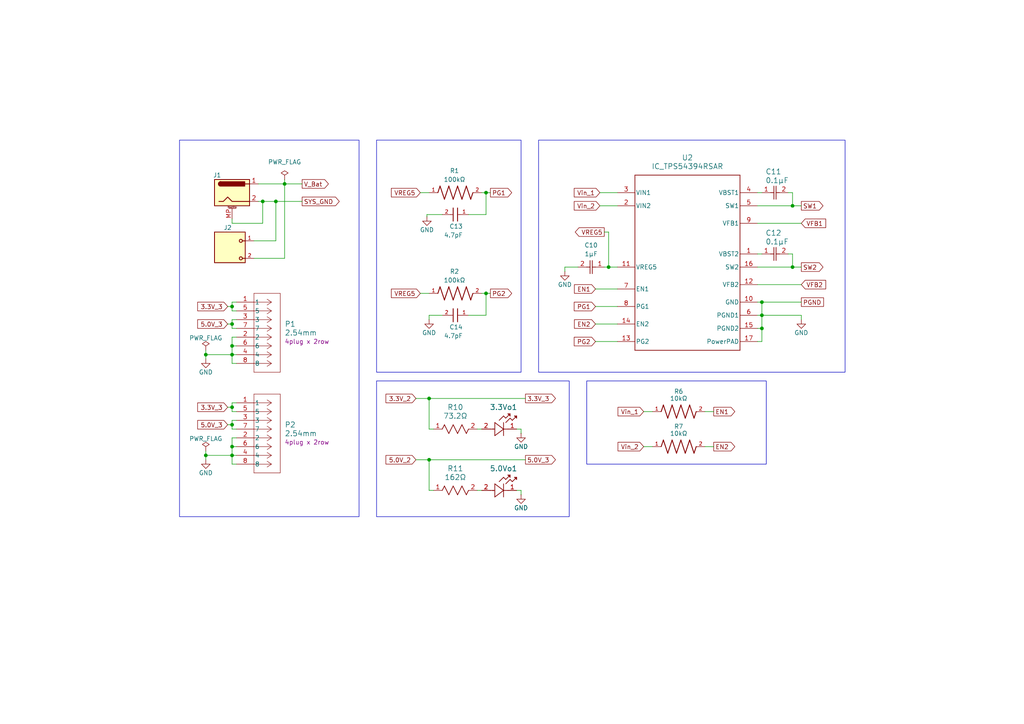
<source format=kicad_sch>
(kicad_sch
	(version 20231120)
	(generator "eeschema")
	(generator_version "8.0")
	(uuid "bedf6109-0a90-4297-9787-f8c985489cc0")
	(paper "A4")
	(title_block
		(title "PSU_LOW-NOISE_12V_3V3-5V")
		(date "2025-02-10")
		(rev "1")
		(company "EASTLAND SUPLLY")
	)
	(lib_symbols
		(symbol "Connector:Barrel_Jack_MountingPin"
			(pin_names hide)
			(exclude_from_sim no)
			(in_bom yes)
			(on_board yes)
			(property "Reference" "J"
				(at 0 5.334 0)
				(effects
					(font
						(size 1.27 1.27)
					)
				)
			)
			(property "Value" "Barrel_Jack_MountingPin"
				(at 1.27 -6.35 0)
				(effects
					(font
						(size 1.27 1.27)
					)
					(justify left)
				)
			)
			(property "Footprint" ""
				(at 1.27 -1.016 0)
				(effects
					(font
						(size 1.27 1.27)
					)
					(hide yes)
				)
			)
			(property "Datasheet" "~"
				(at 1.27 -1.016 0)
				(effects
					(font
						(size 1.27 1.27)
					)
					(hide yes)
				)
			)
			(property "Description" "DC Barrel Jack with a mounting pin"
				(at 0 0 0)
				(effects
					(font
						(size 1.27 1.27)
					)
					(hide yes)
				)
			)
			(property "ki_keywords" "DC power barrel jack connector"
				(at 0 0 0)
				(effects
					(font
						(size 1.27 1.27)
					)
					(hide yes)
				)
			)
			(property "ki_fp_filters" "BarrelJack*"
				(at 0 0 0)
				(effects
					(font
						(size 1.27 1.27)
					)
					(hide yes)
				)
			)
			(symbol "Barrel_Jack_MountingPin_0_1"
				(rectangle
					(start -5.08 3.81)
					(end 5.08 -3.81)
					(stroke
						(width 0.254)
						(type default)
					)
					(fill
						(type background)
					)
				)
				(arc
					(start -3.302 3.175)
					(mid -3.9343 2.54)
					(end -3.302 1.905)
					(stroke
						(width 0.254)
						(type default)
					)
					(fill
						(type none)
					)
				)
				(arc
					(start -3.302 3.175)
					(mid -3.9343 2.54)
					(end -3.302 1.905)
					(stroke
						(width 0.254)
						(type default)
					)
					(fill
						(type outline)
					)
				)
				(polyline
					(pts
						(xy 5.08 2.54) (xy 3.81 2.54)
					)
					(stroke
						(width 0.254)
						(type default)
					)
					(fill
						(type none)
					)
				)
				(polyline
					(pts
						(xy -3.81 -2.54) (xy -2.54 -2.54) (xy -1.27 -1.27) (xy 0 -2.54) (xy 2.54 -2.54) (xy 5.08 -2.54)
					)
					(stroke
						(width 0.254)
						(type default)
					)
					(fill
						(type none)
					)
				)
				(rectangle
					(start 3.683 3.175)
					(end -3.302 1.905)
					(stroke
						(width 0.254)
						(type default)
					)
					(fill
						(type outline)
					)
				)
			)
			(symbol "Barrel_Jack_MountingPin_1_1"
				(polyline
					(pts
						(xy -1.016 -4.572) (xy 1.016 -4.572)
					)
					(stroke
						(width 0.1524)
						(type default)
					)
					(fill
						(type none)
					)
				)
				(text "Mounting"
					(at 0 -4.191 0)
					(effects
						(font
							(size 0.381 0.381)
						)
					)
				)
				(pin passive line
					(at 7.62 2.54 180)
					(length 2.54)
					(name "~"
						(effects
							(font
								(size 1.27 1.27)
							)
						)
					)
					(number "1"
						(effects
							(font
								(size 1.27 1.27)
							)
						)
					)
				)
				(pin passive line
					(at 7.62 -2.54 180)
					(length 2.54)
					(name "~"
						(effects
							(font
								(size 1.27 1.27)
							)
						)
					)
					(number "2"
						(effects
							(font
								(size 1.27 1.27)
							)
						)
					)
				)
				(pin passive line
					(at 0 -7.62 90)
					(length 3.048)
					(name "MountPin"
						(effects
							(font
								(size 1.27 1.27)
							)
						)
					)
					(number "MP"
						(effects
							(font
								(size 1.27 1.27)
							)
						)
					)
				)
			)
		)
		(symbol "PWR_MOD:CAP_0.1_mF_CL10A104KA8NNNC"
			(pin_names
				(offset 0.254)
			)
			(exclude_from_sim no)
			(in_bom yes)
			(on_board yes)
			(property "Reference" "C"
				(at 0 3.81 0)
				(effects
					(font
						(size 1.524 1.524)
					)
				)
			)
			(property "Value" "0.1µF"
				(at 0 -3.302 0)
				(effects
					(font
						(size 1.524 1.524)
					)
				)
			)
			(property "Footprint" "CAP_CL10_SAM"
				(at -0.508 6.35 0)
				(effects
					(font
						(size 1.27 1.27)
						(italic yes)
					)
					(hide yes)
				)
			)
			(property "Datasheet" "CL10A104KA8NNNC"
				(at 0 -5.588 0)
				(effects
					(font
						(size 1.27 1.27)
						(italic yes)
					)
					(hide yes)
				)
			)
			(property "Description" ""
				(at -3.81 0 0)
				(effects
					(font
						(size 1.27 1.27)
					)
					(hide yes)
				)
			)
			(property "ki_locked" ""
				(at 0 0 0)
				(effects
					(font
						(size 1.27 1.27)
					)
				)
			)
			(property "ki_keywords" "CL10A104KA8NNNC"
				(at 0 0 0)
				(effects
					(font
						(size 1.27 1.27)
					)
					(hide yes)
				)
			)
			(property "ki_fp_filters" "CAP_CL10_SAM CAP_CL10_SAM-M CAP_CL10_SAM-L"
				(at 0 0 0)
				(effects
					(font
						(size 1.27 1.27)
					)
					(hide yes)
				)
			)
			(symbol "CAP_0.1_mF_CL10A104KA8NNNC_1_1"
				(polyline
					(pts
						(xy -1.27 0) (xy -0.3302 0)
					)
					(stroke
						(width 0.2032)
						(type default)
					)
					(fill
						(type none)
					)
				)
				(polyline
					(pts
						(xy -0.3302 -1.905) (xy -0.3302 1.905)
					)
					(stroke
						(width 0.2032)
						(type default)
					)
					(fill
						(type none)
					)
				)
				(polyline
					(pts
						(xy 0.3048 -1.905) (xy 0.3048 1.905)
					)
					(stroke
						(width 0.2032)
						(type default)
					)
					(fill
						(type none)
					)
				)
				(polyline
					(pts
						(xy 0.3048 0) (xy 1.27 0)
					)
					(stroke
						(width 0.2032)
						(type default)
					)
					(fill
						(type none)
					)
				)
				(pin unspecified line
					(at -3.81 0 0)
					(length 2.54)
					(name ""
						(effects
							(font
								(size 1.27 1.27)
							)
						)
					)
					(number "1"
						(effects
							(font
								(size 1.27 1.27)
							)
						)
					)
				)
				(pin unspecified line
					(at 3.81 0 180)
					(length 2.54)
					(name ""
						(effects
							(font
								(size 1.27 1.27)
							)
						)
					)
					(number "2"
						(effects
							(font
								(size 1.27 1.27)
							)
						)
					)
				)
			)
			(symbol "CAP_0.1_mF_CL10A104KA8NNNC_1_2"
				(polyline
					(pts
						(xy -1.905 -4.1148) (xy 1.905 -4.1148)
					)
					(stroke
						(width 0.2032)
						(type default)
					)
					(fill
						(type none)
					)
				)
				(polyline
					(pts
						(xy -1.905 -3.4798) (xy 1.905 -3.4798)
					)
					(stroke
						(width 0.2032)
						(type default)
					)
					(fill
						(type none)
					)
				)
				(polyline
					(pts
						(xy 0 -4.1148) (xy 0 -5.08)
					)
					(stroke
						(width 0.2032)
						(type default)
					)
					(fill
						(type none)
					)
				)
				(polyline
					(pts
						(xy 0 -2.54) (xy 0 -3.4798)
					)
					(stroke
						(width 0.2032)
						(type default)
					)
					(fill
						(type none)
					)
				)
				(pin unspecified line
					(at 0 0 270)
					(length 2.54)
					(name ""
						(effects
							(font
								(size 1.27 1.27)
							)
						)
					)
					(number "1"
						(effects
							(font
								(size 1.27 1.27)
							)
						)
					)
				)
				(pin unspecified line
					(at 0 -7.62 90)
					(length 2.54)
					(name ""
						(effects
							(font
								(size 1.27 1.27)
							)
						)
					)
					(number "2"
						(effects
							(font
								(size 1.27 1.27)
							)
						)
					)
				)
			)
		)
		(symbol "PWR_MOD:CAP_1_mF_C1608X5R1E105K080AC"
			(pin_names
				(offset 1.016)
			)
			(exclude_from_sim no)
			(in_bom yes)
			(on_board yes)
			(property "Reference" "C"
				(at -0.762 2.54 0)
				(effects
					(font
						(size 1.27 1.27)
					)
					(justify left bottom)
				)
			)
			(property "Value" "1µF"
				(at -1.778 -4.064 0)
				(effects
					(font
						(size 1.27 1.27)
					)
					(justify left bottom)
				)
			)
			(property "Footprint" "C1608X5R1E105K080AC:CAPC1608X90N"
				(at 5.334 12.446 0)
				(effects
					(font
						(size 1.27 1.27)
					)
					(justify bottom)
					(hide yes)
				)
			)
			(property "Datasheet" ""
				(at -1.27 0 0)
				(effects
					(font
						(size 1.27 1.27)
					)
					(hide yes)
				)
			)
			(property "Description" ""
				(at -1.27 0 0)
				(effects
					(font
						(size 1.27 1.27)
					)
					(hide yes)
				)
			)
			(property "DigiKey_Part_Number" "445-5146-2-ND"
				(at -0.254 6.604 0)
				(effects
					(font
						(size 1.27 1.27)
					)
					(justify bottom)
					(hide yes)
				)
			)
			(property "SnapEDA_Link" "https://www.snapeda.com/parts/C1608X5R1E105K080AC/TDK/view-part/?ref=snap"
				(at 7.112 14.986 0)
				(effects
					(font
						(size 1.27 1.27)
					)
					(justify bottom)
					(hide yes)
				)
			)
			(property "Description_1" "\n                        \n                            1 µF ±10% 25V Ceramic Capacitor X5R 0603 (1608 Metric)\n                        \n"
				(at -6.604 8.89 0)
				(effects
					(font
						(size 1.27 1.27)
					)
					(justify bottom)
					(hide yes)
				)
			)
			(property "MF" "TDK"
				(at 4.572 5.08 0)
				(effects
					(font
						(size 1.27 1.27)
					)
					(justify bottom)
					(hide yes)
				)
			)
			(property "Package" "1608 TDK"
				(at -7.112 4.826 0)
				(effects
					(font
						(size 1.27 1.27)
					)
					(justify bottom)
					(hide yes)
				)
			)
			(property "Check_prices" "https://www.snapeda.com/parts/C1608X5R1E105K080AC/TDK/view-part/?ref=eda"
				(at 6.604 17.018 0)
				(effects
					(font
						(size 1.27 1.27)
					)
					(justify bottom)
					(hide yes)
				)
			)
			(property "MP" "C1608X5R1E105K080AC"
				(at -0.254 8.382 0)
				(effects
					(font
						(size 1.27 1.27)
					)
					(justify bottom)
					(hide yes)
				)
			)
			(symbol "CAP_1_mF_C1608X5R1E105K080AC_1_1"
				(polyline
					(pts
						(xy -1.27 0) (xy -0.3302 0)
					)
					(stroke
						(width 0.2032)
						(type default)
					)
					(fill
						(type none)
					)
				)
				(polyline
					(pts
						(xy -0.3302 -1.905) (xy -0.3302 1.905)
					)
					(stroke
						(width 0.2032)
						(type default)
					)
					(fill
						(type none)
					)
				)
				(polyline
					(pts
						(xy 0.3048 -1.905) (xy 0.3048 1.905)
					)
					(stroke
						(width 0.2032)
						(type default)
					)
					(fill
						(type none)
					)
				)
				(polyline
					(pts
						(xy 0.3048 0) (xy 1.27 0)
					)
					(stroke
						(width 0.2032)
						(type default)
					)
					(fill
						(type none)
					)
				)
				(pin unspecified line
					(at -3.81 0 0)
					(length 2.54)
					(name ""
						(effects
							(font
								(size 1.27 1.27)
							)
						)
					)
					(number "1"
						(effects
							(font
								(size 1.27 1.27)
							)
						)
					)
				)
				(pin unspecified line
					(at 3.81 0 180)
					(length 2.54)
					(name ""
						(effects
							(font
								(size 1.27 1.27)
							)
						)
					)
					(number "2"
						(effects
							(font
								(size 1.27 1.27)
							)
						)
					)
				)
			)
		)
		(symbol "PWR_MOD:CAP_4.7_pF_WCAP-CSGP_0603"
			(pin_names
				(offset 1.016)
			)
			(exclude_from_sim no)
			(in_bom yes)
			(on_board yes)
			(property "Reference" "C"
				(at 0 2.54 0)
				(effects
					(font
						(size 1.27 1.27)
					)
					(justify bottom)
				)
			)
			(property "Value" "4.7pF"
				(at 0.254 -4.318 0)
				(effects
					(font
						(size 1.27 1.27)
					)
					(justify bottom)
				)
			)
			(property "Footprint" ""
				(at -1.27 0 0)
				(effects
					(font
						(size 1.27 1.27)
					)
					(hide yes)
				)
			)
			(property "Datasheet" ""
				(at -1.27 0 0)
				(effects
					(font
						(size 1.27 1.27)
					)
					(hide yes)
				)
			)
			(property "Description" ""
				(at -1.27 0 0)
				(effects
					(font
						(size 1.27 1.27)
					)
					(hide yes)
				)
			)
			(symbol "CAP_4.7_pF_WCAP-CSGP_0603_0_0"
				(polyline
					(pts
						(xy -1.27 0) (xy -0.6274 0)
					)
					(stroke
						(width 0.1524)
						(type default)
					)
					(fill
						(type none)
					)
				)
				(polyline
					(pts
						(xy -0.635 -1.905) (xy -0.635 1.905)
					)
					(stroke
						(width 0.254)
						(type default)
					)
					(fill
						(type none)
					)
				)
				(polyline
					(pts
						(xy 0.635 1.905) (xy 0.635 -1.905)
					)
					(stroke
						(width 0.254)
						(type default)
					)
					(fill
						(type none)
					)
				)
				(polyline
					(pts
						(xy 0.6579 0) (xy 1.3005 0)
					)
					(stroke
						(width 0.1524)
						(type default)
					)
					(fill
						(type none)
					)
				)
				(pin passive line
					(at -3.81 0 0)
					(length 2.54)
					(name "~"
						(effects
							(font
								(size 1.016 1.016)
							)
						)
					)
					(number "1"
						(effects
							(font
								(size 1.016 1.016)
							)
						)
					)
				)
				(pin passive line
					(at 3.81 0 180)
					(length 2.54)
					(name "~"
						(effects
							(font
								(size 1.016 1.016)
							)
						)
					)
					(number "2"
						(effects
							(font
								(size 1.016 1.016)
							)
						)
					)
				)
			)
		)
		(symbol "PWR_MOD:IC_TPS54394RSAR"
			(pin_names
				(offset 0.254)
			)
			(exclude_from_sim no)
			(in_bom yes)
			(on_board yes)
			(property "Reference" "U"
				(at 19.558 6.096 0)
				(effects
					(font
						(size 1.524 1.524)
					)
				)
			)
			(property "Value" "IC_TPS54394RSAR"
				(at 19.558 3.556 0)
				(effects
					(font
						(size 1.524 1.524)
					)
				)
			)
			(property "Footprint" "RSA0016B-IPC_A"
				(at 19.304 0.508 0)
				(effects
					(font
						(size 1.27 1.27)
						(italic yes)
					)
					(hide yes)
				)
			)
			(property "Datasheet" "TPS54394RSAR"
				(at 19.558 -1.524 0)
				(effects
					(font
						(size 1.27 1.27)
						(italic yes)
					)
					(hide yes)
				)
			)
			(property "Description" ""
				(at 0 0 0)
				(effects
					(font
						(size 1.27 1.27)
					)
					(hide yes)
				)
			)
			(property "ki_locked" ""
				(at 0 0 0)
				(effects
					(font
						(size 1.27 1.27)
					)
				)
			)
			(property "ki_keywords" "TPS54394RSAR"
				(at 0 0 0)
				(effects
					(font
						(size 1.27 1.27)
					)
					(hide yes)
				)
			)
			(property "ki_fp_filters" "RSA0016B-IPC_A RSA0016B-IPC_B RSA0016B-IPC_C RSA0016B-MFG"
				(at 0 0 0)
				(effects
					(font
						(size 1.27 1.27)
					)
					(hide yes)
				)
			)
			(symbol "IC_TPS54394RSAR_0_1"
				(polyline
					(pts
						(xy 5.08 -45.72) (xy 35.56 -45.72)
					)
					(stroke
						(width 0.2032)
						(type default)
					)
					(fill
						(type none)
					)
				)
				(polyline
					(pts
						(xy 5.08 5.08) (xy 5.08 -45.72)
					)
					(stroke
						(width 0.2032)
						(type default)
					)
					(fill
						(type none)
					)
				)
				(polyline
					(pts
						(xy 35.56 -45.72) (xy 35.56 5.08)
					)
					(stroke
						(width 0.2032)
						(type default)
					)
					(fill
						(type none)
					)
				)
				(polyline
					(pts
						(xy 35.56 5.08) (xy 5.08 5.08)
					)
					(stroke
						(width 0.2032)
						(type default)
					)
					(fill
						(type none)
					)
				)
				(pin unspecified line
					(at 40.64 -17.78 180)
					(length 5.08)
					(name "VBST2"
						(effects
							(font
								(size 1.27 1.27)
							)
						)
					)
					(number "1"
						(effects
							(font
								(size 1.27 1.27)
							)
						)
					)
				)
				(pin unspecified line
					(at 0 -21.59 0)
					(length 5.08)
					(name "VREG5"
						(effects
							(font
								(size 1.27 1.27)
							)
						)
					)
					(number "11"
						(effects
							(font
								(size 1.27 1.27)
							)
						)
					)
				)
				(pin unspecified line
					(at 40.64 -26.67 180)
					(length 5.08)
					(name "VFB2"
						(effects
							(font
								(size 1.27 1.27)
							)
						)
					)
					(number "12"
						(effects
							(font
								(size 1.27 1.27)
							)
						)
					)
				)
				(pin open_collector line
					(at 0 -43.18 0)
					(length 5.08)
					(name "PG2"
						(effects
							(font
								(size 1.27 1.27)
							)
						)
					)
					(number "13"
						(effects
							(font
								(size 1.27 1.27)
							)
						)
					)
				)
				(pin input line
					(at 0 -38.1 0)
					(length 5.08)
					(name "EN2"
						(effects
							(font
								(size 1.27 1.27)
							)
						)
					)
					(number "14"
						(effects
							(font
								(size 1.27 1.27)
							)
						)
					)
				)
				(pin power_in line
					(at 40.64 -39.37 180)
					(length 5.08)
					(name "PGND2"
						(effects
							(font
								(size 1.27 1.27)
							)
						)
					)
					(number "15"
						(effects
							(font
								(size 1.27 1.27)
							)
						)
					)
				)
				(pin unspecified line
					(at 40.64 -21.59 180)
					(length 5.08)
					(name "SW2"
						(effects
							(font
								(size 1.27 1.27)
							)
						)
					)
					(number "16"
						(effects
							(font
								(size 1.27 1.27)
							)
						)
					)
				)
				(pin unspecified line
					(at 40.64 -43.18 180)
					(length 5.08)
					(name "PowerPAD"
						(effects
							(font
								(size 1.27 1.27)
							)
						)
					)
					(number "17"
						(effects
							(font
								(size 1.27 1.27)
							)
						)
					)
				)
				(pin power_in line
					(at 0 -3.81 0)
					(length 5.08)
					(name "VIN2"
						(effects
							(font
								(size 1.27 1.27)
							)
						)
					)
					(number "2"
						(effects
							(font
								(size 1.27 1.27)
							)
						)
					)
				)
				(pin power_in line
					(at 0 0 0)
					(length 5.08)
					(name "VIN1"
						(effects
							(font
								(size 1.27 1.27)
							)
						)
					)
					(number "3"
						(effects
							(font
								(size 1.27 1.27)
							)
						)
					)
				)
				(pin unspecified line
					(at 40.64 0 180)
					(length 5.08)
					(name "VBST1"
						(effects
							(font
								(size 1.27 1.27)
							)
						)
					)
					(number "4"
						(effects
							(font
								(size 1.27 1.27)
							)
						)
					)
				)
				(pin unspecified line
					(at 40.64 -3.81 180)
					(length 5.08)
					(name "SW1"
						(effects
							(font
								(size 1.27 1.27)
							)
						)
					)
					(number "5"
						(effects
							(font
								(size 1.27 1.27)
							)
						)
					)
				)
				(pin power_in line
					(at 40.64 -35.56 180)
					(length 5.08)
					(name "PGND1"
						(effects
							(font
								(size 1.27 1.27)
							)
						)
					)
					(number "6"
						(effects
							(font
								(size 1.27 1.27)
							)
						)
					)
				)
				(pin input line
					(at 0 -27.94 0)
					(length 5.08)
					(name "EN1"
						(effects
							(font
								(size 1.27 1.27)
							)
						)
					)
					(number "7"
						(effects
							(font
								(size 1.27 1.27)
							)
						)
					)
				)
				(pin open_collector line
					(at 0 -33.02 0)
					(length 5.08)
					(name "PG1"
						(effects
							(font
								(size 1.27 1.27)
							)
						)
					)
					(number "8"
						(effects
							(font
								(size 1.27 1.27)
							)
						)
					)
				)
				(pin unspecified line
					(at 40.64 -8.89 180)
					(length 5.08)
					(name "VFB1"
						(effects
							(font
								(size 1.27 1.27)
							)
						)
					)
					(number "9"
						(effects
							(font
								(size 1.27 1.27)
							)
						)
					)
				)
			)
			(symbol "IC_TPS54394RSAR_1_1"
				(pin power_in line
					(at 40.64 -31.75 180)
					(length 5.08)
					(name "GND"
						(effects
							(font
								(size 1.27 1.27)
							)
						)
					)
					(number "10"
						(effects
							(font
								(size 1.27 1.27)
							)
						)
					)
				)
			)
		)
		(symbol "PWR_MOD:JACK_3.50_mm_2x1_691412120002B"
			(pin_names
				(offset 1.016)
			)
			(exclude_from_sim no)
			(in_bom yes)
			(on_board yes)
			(property "Reference" "J"
				(at -4.88 1.078 0)
				(effects
					(font
						(size 1.27 1.27)
					)
					(justify right bottom)
				)
			)
			(property "Value" "691412120002B"
				(at -18.288 -9.144 0)
				(effects
					(font
						(size 1.27 1.27)
					)
					(justify bottom)
					(hide yes)
				)
			)
			(property "Footprint" "691412120002B:691412120002B"
				(at -1.016 -17.272 0)
				(effects
					(font
						(size 1.27 1.27)
					)
					(justify bottom)
					(hide yes)
				)
			)
			(property "Datasheet" ""
				(at 0 0 0)
				(effects
					(font
						(size 1.27 1.27)
					)
					(hide yes)
				)
			)
			(property "Description" ""
				(at 0 0 0)
				(effects
					(font
						(size 1.27 1.27)
					)
					(hide yes)
				)
			)
			(property "WIRE" "14 to 20 (AWG) 2.08 to 0.518 (mm²)"
				(at -2.032 -12.7 0)
				(effects
					(font
						(size 1.27 1.27)
					)
					(justify bottom)
					(hide yes)
				)
			)
			(property "MOUNT" "THT"
				(at -14.732 2.032 0)
				(effects
					(font
						(size 1.27 1.27)
					)
					(justify bottom)
					(hide yes)
				)
			)
			(property "IR-VDE" "2A"
				(at -13.462 -5.842 0)
				(effects
					(font
						(size 1.27 1.27)
					)
					(justify bottom)
					(hide yes)
				)
			)
			(property "IR-UL" "6A"
				(at 3.556 -6.35 0)
				(effects
					(font
						(size 1.27 1.27)
					)
					(justify bottom)
					(hide yes)
				)
			)
			(property "WORKING-VOLTAGE-UL" "300V (AC)"
				(at -25.146 -15.748 0)
				(effects
					(font
						(size 1.27 1.27)
					)
					(justify bottom)
					(hide yes)
				)
			)
			(property "PART-NUMBER" "691412120002B"
				(at 7.366 -8.89 0)
				(effects
					(font
						(size 1.27 1.27)
					)
					(justify bottom)
					(hide yes)
				)
			)
			(property "DATASHEET-URL" "https://www.we-online.com/redexpert/spec/691412120002B?ae"
				(at 1.016 -20.574 0)
				(effects
					(font
						(size 1.27 1.27)
					)
					(justify bottom)
					(hide yes)
				)
			)
			(property "PITCH" "3.5mm"
				(at -24.638 -0.508 0)
				(effects
					(font
						(size 1.27 1.27)
					)
					(justify bottom)
					(hide yes)
				)
			)
			(property "PINS" "2"
				(at -19.05 1.524 0)
				(effects
					(font
						(size 1.27 1.27)
					)
					(justify bottom)
					(hide yes)
				)
			)
			(property "WORKING-VOLTAGE-VDE" "250V (AC)"
				(at -23.114 -5.588 0)
				(effects
					(font
						(size 1.27 1.27)
					)
					(justify bottom)
					(hide yes)
				)
			)
			(property "TYPE" "45°"
				(at -7.62 -8.89 0)
				(effects
					(font
						(size 1.27 1.27)
					)
					(justify bottom)
					(hide yes)
				)
			)
			(symbol "JACK_3.50_mm_2x1_691412120002B_0_0"
				(rectangle
					(start -3.81 6.35)
					(end 5.08 -2.54)
					(stroke
						(width 0.254)
						(type default)
					)
					(fill
						(type background)
					)
				)
				(polyline
					(pts
						(xy 4.245 -1.27) (xy 5.08 -1.27)
					)
					(stroke
						(width 0.254)
						(type default)
					)
					(fill
						(type none)
					)
				)
				(polyline
					(pts
						(xy 4.245 3.81) (xy 5.08 3.81)
					)
					(stroke
						(width 0.254)
						(type default)
					)
					(fill
						(type none)
					)
				)
				(circle
					(center 3.81 -1.27)
					(radius 0.4445)
					(stroke
						(width 0.254)
						(type default)
					)
					(fill
						(type none)
					)
				)
				(circle
					(center 3.81 3.81)
					(radius 0.4445)
					(stroke
						(width 0.254)
						(type default)
					)
					(fill
						(type none)
					)
				)
				(pin passive line
					(at 7.62 3.81 180)
					(length 2.54)
					(name "~"
						(effects
							(font
								(size 1.016 1.016)
							)
						)
					)
					(number "1"
						(effects
							(font
								(size 1.016 1.016)
							)
						)
					)
				)
				(pin passive line
					(at 7.62 -1.27 180)
					(length 2.54)
					(name "~"
						(effects
							(font
								(size 1.016 1.016)
							)
						)
					)
					(number "2"
						(effects
							(font
								(size 1.016 1.016)
							)
						)
					)
				)
			)
		)
		(symbol "PWR_MOD:LED_1.9V_Forward_SML-E12DWT86"
			(pin_names
				(offset 0.254)
			)
			(exclude_from_sim no)
			(in_bom yes)
			(on_board yes)
			(property "Reference" "LED"
				(at 4.572 -3.302 0)
				(effects
					(font
						(size 1.524 1.524)
					)
				)
			)
			(property "Value" "LED_1.9V_Forward_SML-E12DWT86"
				(at 5.08 -6.096 0)
				(effects
					(font
						(size 1.524 1.524)
					)
					(hide yes)
				)
			)
			(property "Footprint" "LED_SMLD12_ROM"
				(at 4.826 -10.414 0)
				(effects
					(font
						(size 1.27 1.27)
						(italic yes)
					)
					(hide yes)
				)
			)
			(property "Datasheet" "SML-E12DWT86"
				(at 4.826 -8.382 0)
				(effects
					(font
						(size 1.27 1.27)
						(italic yes)
					)
					(hide yes)
				)
			)
			(property "Description" ""
				(at 0 0 0)
				(effects
					(font
						(size 1.27 1.27)
					)
					(hide yes)
				)
			)
			(property "ki_locked" ""
				(at 0 0 0)
				(effects
					(font
						(size 1.27 1.27)
					)
				)
			)
			(property "ki_keywords" "SML-E12DWT86"
				(at 0 0 0)
				(effects
					(font
						(size 1.27 1.27)
					)
					(hide yes)
				)
			)
			(property "ki_fp_filters" "LED_SMLD12_ROM"
				(at 0 0 0)
				(effects
					(font
						(size 1.27 1.27)
					)
					(hide yes)
				)
			)
			(symbol "LED_1.9V_Forward_SML-E12DWT86_1_1"
				(polyline
					(pts
						(xy 2.54 0) (xy 3.4798 0)
					)
					(stroke
						(width 0.2032)
						(type default)
					)
					(fill
						(type none)
					)
				)
				(polyline
					(pts
						(xy 3.175 0) (xy 3.81 0)
					)
					(stroke
						(width 0.2032)
						(type default)
					)
					(fill
						(type none)
					)
				)
				(polyline
					(pts
						(xy 3.81 -1.905) (xy 6.35 0)
					)
					(stroke
						(width 0.2032)
						(type default)
					)
					(fill
						(type none)
					)
				)
				(polyline
					(pts
						(xy 3.81 1.905) (xy 3.81 -1.905)
					)
					(stroke
						(width 0.2032)
						(type default)
					)
					(fill
						(type none)
					)
				)
				(polyline
					(pts
						(xy 5.08 2.54) (xy 6.35 3.81)
					)
					(stroke
						(width 0.2032)
						(type default)
					)
					(fill
						(type none)
					)
				)
				(polyline
					(pts
						(xy 6.35 -1.905) (xy 6.35 1.905)
					)
					(stroke
						(width 0.2032)
						(type default)
					)
					(fill
						(type none)
					)
				)
				(polyline
					(pts
						(xy 6.35 0) (xy 3.81 1.905)
					)
					(stroke
						(width 0.2032)
						(type default)
					)
					(fill
						(type none)
					)
				)
				(polyline
					(pts
						(xy 6.35 0) (xy 7.62 0)
					)
					(stroke
						(width 0.2032)
						(type default)
					)
					(fill
						(type none)
					)
				)
				(polyline
					(pts
						(xy 6.35 3.81) (xy 6.985 3.175)
					)
					(stroke
						(width 0.2032)
						(type default)
					)
					(fill
						(type none)
					)
				)
				(polyline
					(pts
						(xy 6.985 1.905) (xy 8.255 3.175)
					)
					(stroke
						(width 0.2032)
						(type default)
					)
					(fill
						(type none)
					)
				)
				(polyline
					(pts
						(xy 6.985 3.175) (xy 8.255 4.445)
					)
					(stroke
						(width 0.2032)
						(type default)
					)
					(fill
						(type none)
					)
				)
				(polyline
					(pts
						(xy 7.62 4.445) (xy 8.255 3.81)
					)
					(stroke
						(width 0.2032)
						(type default)
					)
					(fill
						(type none)
					)
				)
				(polyline
					(pts
						(xy 8.255 3.175) (xy 8.89 2.54)
					)
					(stroke
						(width 0.2032)
						(type default)
					)
					(fill
						(type none)
					)
				)
				(polyline
					(pts
						(xy 8.255 3.81) (xy 8.255 4.445)
					)
					(stroke
						(width 0.2032)
						(type default)
					)
					(fill
						(type none)
					)
				)
				(polyline
					(pts
						(xy 8.255 4.445) (xy 7.62 4.445)
					)
					(stroke
						(width 0.2032)
						(type default)
					)
					(fill
						(type none)
					)
				)
				(polyline
					(pts
						(xy 8.89 2.54) (xy 10.16 3.81)
					)
					(stroke
						(width 0.2032)
						(type default)
					)
					(fill
						(type none)
					)
				)
				(polyline
					(pts
						(xy 9.525 3.81) (xy 10.16 3.175)
					)
					(stroke
						(width 0.2032)
						(type default)
					)
					(fill
						(type none)
					)
				)
				(polyline
					(pts
						(xy 10.16 3.175) (xy 10.16 3.81)
					)
					(stroke
						(width 0.2032)
						(type default)
					)
					(fill
						(type none)
					)
				)
				(polyline
					(pts
						(xy 10.16 3.81) (xy 9.525 3.81)
					)
					(stroke
						(width 0.2032)
						(type default)
					)
					(fill
						(type none)
					)
				)
				(pin unspecified line
					(at 10.16 0 180)
					(length 2.54)
					(name ""
						(effects
							(font
								(size 1.27 1.27)
							)
						)
					)
					(number "1"
						(effects
							(font
								(size 1.27 1.27)
							)
						)
					)
				)
				(pin unspecified line
					(at 0 0 0)
					(length 2.54)
					(name ""
						(effects
							(font
								(size 1.27 1.27)
							)
						)
					)
					(number "2"
						(effects
							(font
								(size 1.27 1.27)
							)
						)
					)
				)
			)
			(symbol "LED_1.9V_Forward_SML-E12DWT86_1_2"
				(polyline
					(pts
						(xy -5.08 7.62) (xy -4.445 8.255)
					)
					(stroke
						(width 0.2032)
						(type default)
					)
					(fill
						(type none)
					)
				)
				(polyline
					(pts
						(xy -5.08 8.255) (xy -5.08 7.62)
					)
					(stroke
						(width 0.2032)
						(type default)
					)
					(fill
						(type none)
					)
				)
				(polyline
					(pts
						(xy -4.445 6.35) (xy -3.81 6.985)
					)
					(stroke
						(width 0.2032)
						(type default)
					)
					(fill
						(type none)
					)
				)
				(polyline
					(pts
						(xy -4.445 8.255) (xy -5.08 8.255)
					)
					(stroke
						(width 0.2032)
						(type default)
					)
					(fill
						(type none)
					)
				)
				(polyline
					(pts
						(xy -4.445 9.525) (xy -3.81 10.16)
					)
					(stroke
						(width 0.2032)
						(type default)
					)
					(fill
						(type none)
					)
				)
				(polyline
					(pts
						(xy -4.445 10.16) (xy -4.445 9.525)
					)
					(stroke
						(width 0.2032)
						(type default)
					)
					(fill
						(type none)
					)
				)
				(polyline
					(pts
						(xy -3.81 6.985) (xy -5.08 8.255)
					)
					(stroke
						(width 0.2032)
						(type default)
					)
					(fill
						(type none)
					)
				)
				(polyline
					(pts
						(xy -3.81 8.255) (xy -3.175 8.89)
					)
					(stroke
						(width 0.2032)
						(type default)
					)
					(fill
						(type none)
					)
				)
				(polyline
					(pts
						(xy -3.81 10.16) (xy -4.445 10.16)
					)
					(stroke
						(width 0.2032)
						(type default)
					)
					(fill
						(type none)
					)
				)
				(polyline
					(pts
						(xy -3.175 5.08) (xy -4.445 6.35)
					)
					(stroke
						(width 0.2032)
						(type default)
					)
					(fill
						(type none)
					)
				)
				(polyline
					(pts
						(xy -3.175 8.89) (xy -4.445 10.16)
					)
					(stroke
						(width 0.2032)
						(type default)
					)
					(fill
						(type none)
					)
				)
				(polyline
					(pts
						(xy -2.54 6.985) (xy -3.81 8.255)
					)
					(stroke
						(width 0.2032)
						(type default)
					)
					(fill
						(type none)
					)
				)
				(polyline
					(pts
						(xy -1.905 3.81) (xy 1.905 3.81)
					)
					(stroke
						(width 0.2032)
						(type default)
					)
					(fill
						(type none)
					)
				)
				(polyline
					(pts
						(xy 0 2.54) (xy 0 3.4798)
					)
					(stroke
						(width 0.2032)
						(type default)
					)
					(fill
						(type none)
					)
				)
				(polyline
					(pts
						(xy 0 3.175) (xy 0 3.81)
					)
					(stroke
						(width 0.2032)
						(type default)
					)
					(fill
						(type none)
					)
				)
				(polyline
					(pts
						(xy 0 6.35) (xy -1.905 3.81)
					)
					(stroke
						(width 0.2032)
						(type default)
					)
					(fill
						(type none)
					)
				)
				(polyline
					(pts
						(xy 0 6.35) (xy 0 7.62)
					)
					(stroke
						(width 0.2032)
						(type default)
					)
					(fill
						(type none)
					)
				)
				(polyline
					(pts
						(xy 1.905 3.81) (xy 0 6.35)
					)
					(stroke
						(width 0.2032)
						(type default)
					)
					(fill
						(type none)
					)
				)
				(polyline
					(pts
						(xy 1.905 6.35) (xy -1.905 6.35)
					)
					(stroke
						(width 0.2032)
						(type default)
					)
					(fill
						(type none)
					)
				)
				(pin unspecified line
					(at 0 10.16 270)
					(length 2.54)
					(name ""
						(effects
							(font
								(size 1.27 1.27)
							)
						)
					)
					(number "1"
						(effects
							(font
								(size 1.27 1.27)
							)
						)
					)
				)
				(pin unspecified line
					(at 0 0 90)
					(length 2.54)
					(name ""
						(effects
							(font
								(size 1.27 1.27)
							)
						)
					)
					(number "2"
						(effects
							(font
								(size 1.27 1.27)
							)
						)
					)
				)
			)
		)
		(symbol "PWR_MOD:PLUG_2.54_mm_4x2_PEC04DAAN"
			(pin_names
				(offset 0.254)
			)
			(exclude_from_sim no)
			(in_bom yes)
			(on_board yes)
			(property "Reference" "P"
				(at 8.89 3.556 0)
				(effects
					(font
						(size 1.524 1.524)
					)
				)
			)
			(property "Value" "2.54mm"
				(at 17.526 -9.144 0)
				(effects
					(font
						(size 1.524 1.524)
					)
				)
			)
			(property "Footprint" "CONN_PEC04_AA_SUL"
				(at 7.874 8.636 0)
				(effects
					(font
						(size 1.27 1.27)
						(italic yes)
					)
					(hide yes)
				)
			)
			(property "Datasheet" "PEC04DAAN"
				(at 20.066 -0.254 0)
				(effects
					(font
						(size 1.27 1.27)
						(italic yes)
					)
					(hide yes)
				)
			)
			(property "Description" "4plug x 2row "
				(at 19.812 -11.43 0)
				(effects
					(font
						(size 1.27 1.27)
					)
				)
			)
			(property "ki_keywords" "PEC04DAAN"
				(at 0 0 0)
				(effects
					(font
						(size 1.27 1.27)
					)
					(hide yes)
				)
			)
			(property "ki_fp_filters" "CONN_PEC04_AA_SUL"
				(at 0 0 0)
				(effects
					(font
						(size 1.27 1.27)
					)
					(hide yes)
				)
			)
			(symbol "PLUG_2.54_mm_4x2_PEC04DAAN_1_1"
				(polyline
					(pts
						(xy 5.08 -20.32) (xy 12.7 -20.32)
					)
					(stroke
						(width 0.127)
						(type default)
					)
					(fill
						(type none)
					)
				)
				(polyline
					(pts
						(xy 5.08 2.54) (xy 5.08 -20.32)
					)
					(stroke
						(width 0.127)
						(type default)
					)
					(fill
						(type none)
					)
				)
				(polyline
					(pts
						(xy 10.16 -17.78) (xy 5.08 -17.78)
					)
					(stroke
						(width 0.127)
						(type default)
					)
					(fill
						(type none)
					)
				)
				(polyline
					(pts
						(xy 10.16 -17.78) (xy 8.89 -18.6267)
					)
					(stroke
						(width 0.127)
						(type default)
					)
					(fill
						(type none)
					)
				)
				(polyline
					(pts
						(xy 10.16 -17.78) (xy 8.89 -16.9333)
					)
					(stroke
						(width 0.127)
						(type default)
					)
					(fill
						(type none)
					)
				)
				(polyline
					(pts
						(xy 10.16 -15.24) (xy 5.08 -15.24)
					)
					(stroke
						(width 0.127)
						(type default)
					)
					(fill
						(type none)
					)
				)
				(polyline
					(pts
						(xy 10.16 -15.24) (xy 8.89 -16.0867)
					)
					(stroke
						(width 0.127)
						(type default)
					)
					(fill
						(type none)
					)
				)
				(polyline
					(pts
						(xy 10.16 -15.24) (xy 8.89 -14.3933)
					)
					(stroke
						(width 0.127)
						(type default)
					)
					(fill
						(type none)
					)
				)
				(polyline
					(pts
						(xy 10.16 -12.7) (xy 5.08 -12.7)
					)
					(stroke
						(width 0.127)
						(type default)
					)
					(fill
						(type none)
					)
				)
				(polyline
					(pts
						(xy 10.16 -12.7) (xy 8.89 -13.5467)
					)
					(stroke
						(width 0.127)
						(type default)
					)
					(fill
						(type none)
					)
				)
				(polyline
					(pts
						(xy 10.16 -12.7) (xy 8.89 -11.8533)
					)
					(stroke
						(width 0.127)
						(type default)
					)
					(fill
						(type none)
					)
				)
				(polyline
					(pts
						(xy 10.16 -10.16) (xy 5.08 -10.16)
					)
					(stroke
						(width 0.127)
						(type default)
					)
					(fill
						(type none)
					)
				)
				(polyline
					(pts
						(xy 10.16 -10.16) (xy 8.89 -11.0067)
					)
					(stroke
						(width 0.127)
						(type default)
					)
					(fill
						(type none)
					)
				)
				(polyline
					(pts
						(xy 10.16 -10.16) (xy 8.89 -9.3133)
					)
					(stroke
						(width 0.127)
						(type default)
					)
					(fill
						(type none)
					)
				)
				(polyline
					(pts
						(xy 10.16 -7.62) (xy 5.08 -7.62)
					)
					(stroke
						(width 0.127)
						(type default)
					)
					(fill
						(type none)
					)
				)
				(polyline
					(pts
						(xy 10.16 -7.62) (xy 8.89 -8.4667)
					)
					(stroke
						(width 0.127)
						(type default)
					)
					(fill
						(type none)
					)
				)
				(polyline
					(pts
						(xy 10.16 -7.62) (xy 8.89 -6.7733)
					)
					(stroke
						(width 0.127)
						(type default)
					)
					(fill
						(type none)
					)
				)
				(polyline
					(pts
						(xy 10.16 -5.08) (xy 5.08 -5.08)
					)
					(stroke
						(width 0.127)
						(type default)
					)
					(fill
						(type none)
					)
				)
				(polyline
					(pts
						(xy 10.16 -5.08) (xy 8.89 -5.9267)
					)
					(stroke
						(width 0.127)
						(type default)
					)
					(fill
						(type none)
					)
				)
				(polyline
					(pts
						(xy 10.16 -5.08) (xy 8.89 -4.2333)
					)
					(stroke
						(width 0.127)
						(type default)
					)
					(fill
						(type none)
					)
				)
				(polyline
					(pts
						(xy 10.16 -2.54) (xy 5.08 -2.54)
					)
					(stroke
						(width 0.127)
						(type default)
					)
					(fill
						(type none)
					)
				)
				(polyline
					(pts
						(xy 10.16 -2.54) (xy 8.89 -3.3867)
					)
					(stroke
						(width 0.127)
						(type default)
					)
					(fill
						(type none)
					)
				)
				(polyline
					(pts
						(xy 10.16 -2.54) (xy 8.89 -1.6933)
					)
					(stroke
						(width 0.127)
						(type default)
					)
					(fill
						(type none)
					)
				)
				(polyline
					(pts
						(xy 10.16 0) (xy 5.08 0)
					)
					(stroke
						(width 0.127)
						(type default)
					)
					(fill
						(type none)
					)
				)
				(polyline
					(pts
						(xy 10.16 0) (xy 8.89 -0.8467)
					)
					(stroke
						(width 0.127)
						(type default)
					)
					(fill
						(type none)
					)
				)
				(polyline
					(pts
						(xy 10.16 0) (xy 8.89 0.8467)
					)
					(stroke
						(width 0.127)
						(type default)
					)
					(fill
						(type none)
					)
				)
				(polyline
					(pts
						(xy 12.7 -20.32) (xy 12.7 2.54)
					)
					(stroke
						(width 0.127)
						(type default)
					)
					(fill
						(type none)
					)
				)
				(polyline
					(pts
						(xy 12.7 2.54) (xy 5.08 2.54)
					)
					(stroke
						(width 0.127)
						(type default)
					)
					(fill
						(type none)
					)
				)
				(pin unspecified line
					(at 0 0 0)
					(length 5.08)
					(name "1"
						(effects
							(font
								(size 1.27 1.27)
							)
						)
					)
					(number "1"
						(effects
							(font
								(size 1.27 1.27)
							)
						)
					)
				)
				(pin unspecified line
					(at 0 -10.16 0)
					(length 5.08)
					(name "2"
						(effects
							(font
								(size 1.27 1.27)
							)
						)
					)
					(number "2"
						(effects
							(font
								(size 1.27 1.27)
							)
						)
					)
				)
				(pin unspecified line
					(at 0 -5.08 0)
					(length 5.08)
					(name "3"
						(effects
							(font
								(size 1.27 1.27)
							)
						)
					)
					(number "3"
						(effects
							(font
								(size 1.27 1.27)
							)
						)
					)
				)
				(pin unspecified line
					(at 0 -15.24 0)
					(length 5.08)
					(name "4"
						(effects
							(font
								(size 1.27 1.27)
							)
						)
					)
					(number "4"
						(effects
							(font
								(size 1.27 1.27)
							)
						)
					)
				)
				(pin unspecified line
					(at 0 -2.54 0)
					(length 5.08)
					(name "5"
						(effects
							(font
								(size 1.27 1.27)
							)
						)
					)
					(number "5"
						(effects
							(font
								(size 1.27 1.27)
							)
						)
					)
				)
				(pin unspecified line
					(at 0 -12.7 0)
					(length 5.08)
					(name "6"
						(effects
							(font
								(size 1.27 1.27)
							)
						)
					)
					(number "6"
						(effects
							(font
								(size 1.27 1.27)
							)
						)
					)
				)
				(pin unspecified line
					(at 0 -7.62 0)
					(length 5.08)
					(name "7"
						(effects
							(font
								(size 1.27 1.27)
							)
						)
					)
					(number "7"
						(effects
							(font
								(size 1.27 1.27)
							)
						)
					)
				)
				(pin unspecified line
					(at 0 -17.78 0)
					(length 5.08)
					(name "8"
						(effects
							(font
								(size 1.27 1.27)
							)
						)
					)
					(number "8"
						(effects
							(font
								(size 1.27 1.27)
							)
						)
					)
				)
			)
			(symbol "PLUG_2.54_mm_4x2_PEC04DAAN_1_2"
				(polyline
					(pts
						(xy 5.08 -20.32) (xy 12.7 -20.32)
					)
					(stroke
						(width 0.127)
						(type default)
					)
					(fill
						(type none)
					)
				)
				(polyline
					(pts
						(xy 5.08 2.54) (xy 5.08 -20.32)
					)
					(stroke
						(width 0.127)
						(type default)
					)
					(fill
						(type none)
					)
				)
				(polyline
					(pts
						(xy 7.62 -17.78) (xy 5.08 -17.78)
					)
					(stroke
						(width 0.127)
						(type default)
					)
					(fill
						(type none)
					)
				)
				(polyline
					(pts
						(xy 7.62 -17.78) (xy 8.89 -18.6267)
					)
					(stroke
						(width 0.127)
						(type default)
					)
					(fill
						(type none)
					)
				)
				(polyline
					(pts
						(xy 7.62 -17.78) (xy 8.89 -16.9333)
					)
					(stroke
						(width 0.127)
						(type default)
					)
					(fill
						(type none)
					)
				)
				(polyline
					(pts
						(xy 7.62 -15.24) (xy 5.08 -15.24)
					)
					(stroke
						(width 0.127)
						(type default)
					)
					(fill
						(type none)
					)
				)
				(polyline
					(pts
						(xy 7.62 -15.24) (xy 8.89 -16.0867)
					)
					(stroke
						(width 0.127)
						(type default)
					)
					(fill
						(type none)
					)
				)
				(polyline
					(pts
						(xy 7.62 -15.24) (xy 8.89 -14.3933)
					)
					(stroke
						(width 0.127)
						(type default)
					)
					(fill
						(type none)
					)
				)
				(polyline
					(pts
						(xy 7.62 -12.7) (xy 5.08 -12.7)
					)
					(stroke
						(width 0.127)
						(type default)
					)
					(fill
						(type none)
					)
				)
				(polyline
					(pts
						(xy 7.62 -12.7) (xy 8.89 -13.5467)
					)
					(stroke
						(width 0.127)
						(type default)
					)
					(fill
						(type none)
					)
				)
				(polyline
					(pts
						(xy 7.62 -12.7) (xy 8.89 -11.8533)
					)
					(stroke
						(width 0.127)
						(type default)
					)
					(fill
						(type none)
					)
				)
				(polyline
					(pts
						(xy 7.62 -10.16) (xy 5.08 -10.16)
					)
					(stroke
						(width 0.127)
						(type default)
					)
					(fill
						(type none)
					)
				)
				(polyline
					(pts
						(xy 7.62 -10.16) (xy 8.89 -11.0067)
					)
					(stroke
						(width 0.127)
						(type default)
					)
					(fill
						(type none)
					)
				)
				(polyline
					(pts
						(xy 7.62 -10.16) (xy 8.89 -9.3133)
					)
					(stroke
						(width 0.127)
						(type default)
					)
					(fill
						(type none)
					)
				)
				(polyline
					(pts
						(xy 7.62 -7.62) (xy 5.08 -7.62)
					)
					(stroke
						(width 0.127)
						(type default)
					)
					(fill
						(type none)
					)
				)
				(polyline
					(pts
						(xy 7.62 -7.62) (xy 8.89 -8.4667)
					)
					(stroke
						(width 0.127)
						(type default)
					)
					(fill
						(type none)
					)
				)
				(polyline
					(pts
						(xy 7.62 -7.62) (xy 8.89 -6.7733)
					)
					(stroke
						(width 0.127)
						(type default)
					)
					(fill
						(type none)
					)
				)
				(polyline
					(pts
						(xy 7.62 -5.08) (xy 5.08 -5.08)
					)
					(stroke
						(width 0.127)
						(type default)
					)
					(fill
						(type none)
					)
				)
				(polyline
					(pts
						(xy 7.62 -5.08) (xy 8.89 -5.9267)
					)
					(stroke
						(width 0.127)
						(type default)
					)
					(fill
						(type none)
					)
				)
				(polyline
					(pts
						(xy 7.62 -5.08) (xy 8.89 -4.2333)
					)
					(stroke
						(width 0.127)
						(type default)
					)
					(fill
						(type none)
					)
				)
				(polyline
					(pts
						(xy 7.62 -2.54) (xy 5.08 -2.54)
					)
					(stroke
						(width 0.127)
						(type default)
					)
					(fill
						(type none)
					)
				)
				(polyline
					(pts
						(xy 7.62 -2.54) (xy 8.89 -3.3867)
					)
					(stroke
						(width 0.127)
						(type default)
					)
					(fill
						(type none)
					)
				)
				(polyline
					(pts
						(xy 7.62 -2.54) (xy 8.89 -1.6933)
					)
					(stroke
						(width 0.127)
						(type default)
					)
					(fill
						(type none)
					)
				)
				(polyline
					(pts
						(xy 7.62 0) (xy 5.08 0)
					)
					(stroke
						(width 0.127)
						(type default)
					)
					(fill
						(type none)
					)
				)
				(polyline
					(pts
						(xy 7.62 0) (xy 8.89 -0.8467)
					)
					(stroke
						(width 0.127)
						(type default)
					)
					(fill
						(type none)
					)
				)
				(polyline
					(pts
						(xy 7.62 0) (xy 8.89 0.8467)
					)
					(stroke
						(width 0.127)
						(type default)
					)
					(fill
						(type none)
					)
				)
				(polyline
					(pts
						(xy 12.7 -20.32) (xy 12.7 2.54)
					)
					(stroke
						(width 0.127)
						(type default)
					)
					(fill
						(type none)
					)
				)
				(polyline
					(pts
						(xy 12.7 2.54) (xy 5.08 2.54)
					)
					(stroke
						(width 0.127)
						(type default)
					)
					(fill
						(type none)
					)
				)
				(pin unspecified line
					(at 0 0 0)
					(length 5.08)
					(name "1"
						(effects
							(font
								(size 1.27 1.27)
							)
						)
					)
					(number "1"
						(effects
							(font
								(size 1.27 1.27)
							)
						)
					)
				)
				(pin unspecified line
					(at 0 -2.54 0)
					(length 5.08)
					(name "2"
						(effects
							(font
								(size 1.27 1.27)
							)
						)
					)
					(number "2"
						(effects
							(font
								(size 1.27 1.27)
							)
						)
					)
				)
				(pin unspecified line
					(at 0 -5.08 0)
					(length 5.08)
					(name "3"
						(effects
							(font
								(size 1.27 1.27)
							)
						)
					)
					(number "3"
						(effects
							(font
								(size 1.27 1.27)
							)
						)
					)
				)
				(pin unspecified line
					(at 0 -7.62 0)
					(length 5.08)
					(name "4"
						(effects
							(font
								(size 1.27 1.27)
							)
						)
					)
					(number "4"
						(effects
							(font
								(size 1.27 1.27)
							)
						)
					)
				)
				(pin unspecified line
					(at 0 -10.16 0)
					(length 5.08)
					(name "5"
						(effects
							(font
								(size 1.27 1.27)
							)
						)
					)
					(number "5"
						(effects
							(font
								(size 1.27 1.27)
							)
						)
					)
				)
				(pin unspecified line
					(at 0 -12.7 0)
					(length 5.08)
					(name "6"
						(effects
							(font
								(size 1.27 1.27)
							)
						)
					)
					(number "6"
						(effects
							(font
								(size 1.27 1.27)
							)
						)
					)
				)
				(pin unspecified line
					(at 0 -15.24 0)
					(length 5.08)
					(name "7"
						(effects
							(font
								(size 1.27 1.27)
							)
						)
					)
					(number "7"
						(effects
							(font
								(size 1.27 1.27)
							)
						)
					)
				)
				(pin unspecified line
					(at 0 -17.78 0)
					(length 5.08)
					(name "8"
						(effects
							(font
								(size 1.27 1.27)
							)
						)
					)
					(number "8"
						(effects
							(font
								(size 1.27 1.27)
							)
						)
					)
				)
			)
		)
		(symbol "PWR_MOD:RES_100_kOhms_ERJP06D1003V"
			(pin_names
				(offset 1.016)
			)
			(exclude_from_sim no)
			(in_bom yes)
			(on_board yes)
			(property "Reference" "R"
				(at -0.508 2.286 0)
				(effects
					(font
						(size 1.27 1.27)
					)
					(justify left bottom)
				)
			)
			(property "Value" "100kΩ"
				(at -2.54 -3.048 0)
				(effects
					(font
						(size 1.27 1.27)
					)
					(justify left top)
				)
			)
			(property "Footprint" "ERJP06D1003V:RES_ERJP06D1003V"
				(at 0.254 7.112 0)
				(effects
					(font
						(size 1.27 1.27)
					)
					(justify bottom)
					(hide yes)
				)
			)
			(property "Datasheet" ""
				(at 0 0 0)
				(effects
					(font
						(size 1.27 1.27)
					)
					(hide yes)
				)
			)
			(property "Description" ""
				(at 0 0 0)
				(effects
					(font
						(size 1.27 1.27)
					)
					(hide yes)
				)
			)
			(property "PARTREV" "3/1/2020"
				(at 0.762 9.906 0)
				(effects
					(font
						(size 1.27 1.27)
					)
					(justify bottom)
					(hide yes)
				)
			)
			(property "STANDARD" "Manufacturer Recommendations"
				(at 2.032 12.192 0)
				(effects
					(font
						(size 1.27 1.27)
					)
					(justify bottom)
					(hide yes)
				)
			)
			(property "MAXIMUM_PACKAGE_HEIGHT" "0.6 mm"
				(at -0.254 4.826 0)
				(effects
					(font
						(size 1.27 1.27)
					)
					(justify bottom)
					(hide yes)
				)
			)
			(property "MANUFACTURER" "Panasonic"
				(at 0.508 15.24 0)
				(effects
					(font
						(size 1.27 1.27)
					)
					(justify bottom)
					(hide yes)
				)
			)
			(symbol "RES_100_kOhms_ERJP06D1003V_0_0"
				(polyline
					(pts
						(xy -5.08 0) (xy -4.445 1.905)
					)
					(stroke
						(width 0.254)
						(type default)
					)
					(fill
						(type none)
					)
				)
				(polyline
					(pts
						(xy -4.445 1.905) (xy -3.175 -1.905)
					)
					(stroke
						(width 0.254)
						(type default)
					)
					(fill
						(type none)
					)
				)
				(polyline
					(pts
						(xy -3.175 -1.905) (xy -1.905 1.905)
					)
					(stroke
						(width 0.254)
						(type default)
					)
					(fill
						(type none)
					)
				)
				(polyline
					(pts
						(xy -1.905 1.905) (xy -0.635 -1.905)
					)
					(stroke
						(width 0.254)
						(type default)
					)
					(fill
						(type none)
					)
				)
				(polyline
					(pts
						(xy -0.635 -1.905) (xy 0.635 1.905)
					)
					(stroke
						(width 0.254)
						(type default)
					)
					(fill
						(type none)
					)
				)
				(polyline
					(pts
						(xy 0.635 1.905) (xy 1.905 -1.905)
					)
					(stroke
						(width 0.254)
						(type default)
					)
					(fill
						(type none)
					)
				)
				(polyline
					(pts
						(xy 1.905 -1.905) (xy 3.175 1.905)
					)
					(stroke
						(width 0.254)
						(type default)
					)
					(fill
						(type none)
					)
				)
				(polyline
					(pts
						(xy 3.175 1.905) (xy 4.445 -1.905)
					)
					(stroke
						(width 0.254)
						(type default)
					)
					(fill
						(type none)
					)
				)
				(polyline
					(pts
						(xy 4.445 -1.905) (xy 5.08 0)
					)
					(stroke
						(width 0.254)
						(type default)
					)
					(fill
						(type none)
					)
				)
			)
			(symbol "RES_100_kOhms_ERJP06D1003V_1_0"
				(pin passive line
					(at -7.62 0 0)
					(length 2.54)
					(name "~"
						(effects
							(font
								(size 1.016 1.016)
							)
						)
					)
					(number "1"
						(effects
							(font
								(size 1.016 1.016)
							)
						)
					)
				)
				(pin passive line
					(at 7.62 0 180)
					(length 2.54)
					(name "~"
						(effects
							(font
								(size 1.016 1.016)
							)
						)
					)
					(number "2"
						(effects
							(font
								(size 1.016 1.016)
							)
						)
					)
				)
			)
		)
		(symbol "PWR_MOD:RES_10_kOhms_RNCF1206DTE10K0"
			(pin_names
				(offset 1.016)
			)
			(exclude_from_sim no)
			(in_bom yes)
			(on_board yes)
			(property "Reference" "R"
				(at -0.762 2.54 0)
				(effects
					(font
						(size 1.27 1.27)
					)
					(justify left bottom)
				)
			)
			(property "Value" "10kΩ"
				(at -2.54 -4.064 0)
				(effects
					(font
						(size 1.27 1.27)
					)
					(justify left bottom)
				)
			)
			(property "Footprint" "RNCF1206DTE10K0:RESC3015X65N"
				(at 0.508 6.604 0)
				(effects
					(font
						(size 1.27 1.27)
					)
					(justify bottom)
					(hide yes)
				)
			)
			(property "Datasheet" ""
				(at 0 0 0)
				(effects
					(font
						(size 1.27 1.27)
					)
					(hide yes)
				)
			)
			(property "Description" ""
				(at 0 0 0)
				(effects
					(font
						(size 1.27 1.27)
					)
					(hide yes)
				)
			)
			(symbol "RES_10_kOhms_RNCF1206DTE10K0_0_0"
				(polyline
					(pts
						(xy -5.08 0) (xy -4.445 1.905)
					)
					(stroke
						(width 0.254)
						(type default)
					)
					(fill
						(type none)
					)
				)
				(polyline
					(pts
						(xy -4.445 1.905) (xy -3.175 -1.905)
					)
					(stroke
						(width 0.254)
						(type default)
					)
					(fill
						(type none)
					)
				)
				(polyline
					(pts
						(xy -3.175 -1.905) (xy -1.905 1.905)
					)
					(stroke
						(width 0.254)
						(type default)
					)
					(fill
						(type none)
					)
				)
				(polyline
					(pts
						(xy -1.905 1.905) (xy -0.635 -1.905)
					)
					(stroke
						(width 0.254)
						(type default)
					)
					(fill
						(type none)
					)
				)
				(polyline
					(pts
						(xy -0.635 -1.905) (xy 0.635 1.905)
					)
					(stroke
						(width 0.254)
						(type default)
					)
					(fill
						(type none)
					)
				)
				(polyline
					(pts
						(xy 0.635 1.905) (xy 1.905 -1.905)
					)
					(stroke
						(width 0.254)
						(type default)
					)
					(fill
						(type none)
					)
				)
				(polyline
					(pts
						(xy 1.905 -1.905) (xy 3.175 1.905)
					)
					(stroke
						(width 0.254)
						(type default)
					)
					(fill
						(type none)
					)
				)
				(polyline
					(pts
						(xy 3.175 1.905) (xy 4.445 -1.905)
					)
					(stroke
						(width 0.254)
						(type default)
					)
					(fill
						(type none)
					)
				)
				(polyline
					(pts
						(xy 4.445 -1.905) (xy 5.08 0)
					)
					(stroke
						(width 0.254)
						(type default)
					)
					(fill
						(type none)
					)
				)
			)
			(symbol "RES_10_kOhms_RNCF1206DTE10K0_1_0"
				(pin passive line
					(at -7.62 0 0)
					(length 2.54)
					(name "~"
						(effects
							(font
								(size 1.016 1.016)
							)
						)
					)
					(number "1"
						(effects
							(font
								(size 1.016 1.016)
							)
						)
					)
				)
				(pin passive line
					(at 7.62 0 180)
					(length 2.54)
					(name "~"
						(effects
							(font
								(size 1.016 1.016)
							)
						)
					)
					(number "2"
						(effects
							(font
								(size 1.016 1.016)
							)
						)
					)
				)
			)
		)
		(symbol "PWR_MOD:RES_162_Ohms_RC1206FR-07162RL"
			(pin_names
				(offset 0.254)
			)
			(exclude_from_sim no)
			(in_bom yes)
			(on_board yes)
			(property "Reference" "R"
				(at 5.715 3.81 0)
				(effects
					(font
						(size 1.524 1.524)
					)
				)
			)
			(property "Value" "162Ω"
				(at 6.35 -2.54 0)
				(effects
					(font
						(size 1.524 1.524)
					)
				)
			)
			(property "Footprint" "RC1206N_YAG"
				(at 5.588 5.588 0)
				(effects
					(font
						(size 1.27 1.27)
						(italic yes)
					)
					(hide yes)
				)
			)
			(property "Datasheet" "RC1206FR-07162RL"
				(at 5.842 -4.318 0)
				(effects
					(font
						(size 1.27 1.27)
						(italic yes)
					)
					(hide yes)
				)
			)
			(property "Description" ""
				(at 0 0 0)
				(effects
					(font
						(size 1.27 1.27)
					)
					(hide yes)
				)
			)
			(property "ki_locked" ""
				(at 0 0 0)
				(effects
					(font
						(size 1.27 1.27)
					)
				)
			)
			(property "ki_keywords" "RC1206FR-07162RL"
				(at 0 0 0)
				(effects
					(font
						(size 1.27 1.27)
					)
					(hide yes)
				)
			)
			(property "ki_fp_filters" "RC1206N_YAG RC1206N_YAG-M RC1206N_YAG-L"
				(at 0 0 0)
				(effects
					(font
						(size 1.27 1.27)
					)
					(hide yes)
				)
			)
			(symbol "RES_162_Ohms_RC1206FR-07162RL_1_1"
				(polyline
					(pts
						(xy 2.54 0) (xy 3.175 1.27)
					)
					(stroke
						(width 0.2032)
						(type default)
					)
					(fill
						(type none)
					)
				)
				(polyline
					(pts
						(xy 3.175 1.27) (xy 4.445 -1.27)
					)
					(stroke
						(width 0.2032)
						(type default)
					)
					(fill
						(type none)
					)
				)
				(polyline
					(pts
						(xy 4.445 -1.27) (xy 5.715 1.27)
					)
					(stroke
						(width 0.2032)
						(type default)
					)
					(fill
						(type none)
					)
				)
				(polyline
					(pts
						(xy 5.715 1.27) (xy 6.985 -1.27)
					)
					(stroke
						(width 0.2032)
						(type default)
					)
					(fill
						(type none)
					)
				)
				(polyline
					(pts
						(xy 6.985 -1.27) (xy 8.255 1.27)
					)
					(stroke
						(width 0.2032)
						(type default)
					)
					(fill
						(type none)
					)
				)
				(polyline
					(pts
						(xy 8.255 1.27) (xy 9.525 -1.27)
					)
					(stroke
						(width 0.2032)
						(type default)
					)
					(fill
						(type none)
					)
				)
				(polyline
					(pts
						(xy 9.525 -1.27) (xy 10.16 0)
					)
					(stroke
						(width 0.2032)
						(type default)
					)
					(fill
						(type none)
					)
				)
				(pin unspecified line
					(at 12.7 0 180)
					(length 2.54)
					(name ""
						(effects
							(font
								(size 1.27 1.27)
							)
						)
					)
					(number "1"
						(effects
							(font
								(size 1.27 1.27)
							)
						)
					)
				)
				(pin unspecified line
					(at 0 0 0)
					(length 2.54)
					(name ""
						(effects
							(font
								(size 1.27 1.27)
							)
						)
					)
					(number "2"
						(effects
							(font
								(size 1.27 1.27)
							)
						)
					)
				)
			)
			(symbol "RES_162_Ohms_RC1206FR-07162RL_1_2"
				(polyline
					(pts
						(xy -1.27 3.175) (xy 1.27 4.445)
					)
					(stroke
						(width 0.2032)
						(type default)
					)
					(fill
						(type none)
					)
				)
				(polyline
					(pts
						(xy -1.27 5.715) (xy 1.27 6.985)
					)
					(stroke
						(width 0.2032)
						(type default)
					)
					(fill
						(type none)
					)
				)
				(polyline
					(pts
						(xy -1.27 8.255) (xy 1.27 9.525)
					)
					(stroke
						(width 0.2032)
						(type default)
					)
					(fill
						(type none)
					)
				)
				(polyline
					(pts
						(xy 0 2.54) (xy -1.27 3.175)
					)
					(stroke
						(width 0.2032)
						(type default)
					)
					(fill
						(type none)
					)
				)
				(polyline
					(pts
						(xy 1.27 4.445) (xy -1.27 5.715)
					)
					(stroke
						(width 0.2032)
						(type default)
					)
					(fill
						(type none)
					)
				)
				(polyline
					(pts
						(xy 1.27 6.985) (xy -1.27 8.255)
					)
					(stroke
						(width 0.2032)
						(type default)
					)
					(fill
						(type none)
					)
				)
				(polyline
					(pts
						(xy 1.27 9.525) (xy 0 10.16)
					)
					(stroke
						(width 0.2032)
						(type default)
					)
					(fill
						(type none)
					)
				)
				(pin unspecified line
					(at 0 12.7 270)
					(length 2.54)
					(name ""
						(effects
							(font
								(size 1.27 1.27)
							)
						)
					)
					(number "1"
						(effects
							(font
								(size 1.27 1.27)
							)
						)
					)
				)
				(pin unspecified line
					(at 0 0 90)
					(length 2.54)
					(name ""
						(effects
							(font
								(size 1.27 1.27)
							)
						)
					)
					(number "2"
						(effects
							(font
								(size 1.27 1.27)
							)
						)
					)
				)
			)
		)
		(symbol "PWR_MOD:RES_73.2_Ohms_RC1206FR-0773R2L"
			(pin_names
				(offset 0.254)
			)
			(exclude_from_sim no)
			(in_bom yes)
			(on_board yes)
			(property "Reference" "R"
				(at 5.842 2.54 0)
				(effects
					(font
						(size 1.524 1.524)
					)
				)
			)
			(property "Value" "73.2Ω"
				(at 6.35 -2.54 0)
				(effects
					(font
						(size 1.524 1.524)
					)
				)
			)
			(property "Footprint" "RC1206N_YAG"
				(at 5.588 4.572 0)
				(effects
					(font
						(size 1.27 1.27)
						(italic yes)
					)
					(hide yes)
				)
			)
			(property "Datasheet" "RC1206FR-0773R2L"
				(at 6.35 -4.572 0)
				(effects
					(font
						(size 1.27 1.27)
						(italic yes)
					)
					(hide yes)
				)
			)
			(property "Description" ""
				(at 0 0 0)
				(effects
					(font
						(size 1.27 1.27)
					)
					(hide yes)
				)
			)
			(property "ki_locked" ""
				(at 0 0 0)
				(effects
					(font
						(size 1.27 1.27)
					)
				)
			)
			(property "ki_keywords" "RC1206FR-0773R2L"
				(at 0 0 0)
				(effects
					(font
						(size 1.27 1.27)
					)
					(hide yes)
				)
			)
			(property "ki_fp_filters" "RC1206N_YAG RC1206N_YAG-M RC1206N_YAG-L"
				(at 0 0 0)
				(effects
					(font
						(size 1.27 1.27)
					)
					(hide yes)
				)
			)
			(symbol "RES_73.2_Ohms_RC1206FR-0773R2L_1_1"
				(polyline
					(pts
						(xy 2.54 0) (xy 3.175 1.27)
					)
					(stroke
						(width 0.2032)
						(type default)
					)
					(fill
						(type none)
					)
				)
				(polyline
					(pts
						(xy 3.175 1.27) (xy 4.445 -1.27)
					)
					(stroke
						(width 0.2032)
						(type default)
					)
					(fill
						(type none)
					)
				)
				(polyline
					(pts
						(xy 4.445 -1.27) (xy 5.715 1.27)
					)
					(stroke
						(width 0.2032)
						(type default)
					)
					(fill
						(type none)
					)
				)
				(polyline
					(pts
						(xy 5.715 1.27) (xy 6.985 -1.27)
					)
					(stroke
						(width 0.2032)
						(type default)
					)
					(fill
						(type none)
					)
				)
				(polyline
					(pts
						(xy 6.985 -1.27) (xy 8.255 1.27)
					)
					(stroke
						(width 0.2032)
						(type default)
					)
					(fill
						(type none)
					)
				)
				(polyline
					(pts
						(xy 8.255 1.27) (xy 9.525 -1.27)
					)
					(stroke
						(width 0.2032)
						(type default)
					)
					(fill
						(type none)
					)
				)
				(polyline
					(pts
						(xy 9.525 -1.27) (xy 10.16 0)
					)
					(stroke
						(width 0.2032)
						(type default)
					)
					(fill
						(type none)
					)
				)
				(pin unspecified line
					(at 12.7 0 180)
					(length 2.54)
					(name ""
						(effects
							(font
								(size 1.27 1.27)
							)
						)
					)
					(number "1"
						(effects
							(font
								(size 1.27 1.27)
							)
						)
					)
				)
				(pin unspecified line
					(at 0 0 0)
					(length 2.54)
					(name ""
						(effects
							(font
								(size 1.27 1.27)
							)
						)
					)
					(number "2"
						(effects
							(font
								(size 1.27 1.27)
							)
						)
					)
				)
			)
			(symbol "RES_73.2_Ohms_RC1206FR-0773R2L_1_2"
				(polyline
					(pts
						(xy -1.27 3.175) (xy 1.27 4.445)
					)
					(stroke
						(width 0.2032)
						(type default)
					)
					(fill
						(type none)
					)
				)
				(polyline
					(pts
						(xy -1.27 5.715) (xy 1.27 6.985)
					)
					(stroke
						(width 0.2032)
						(type default)
					)
					(fill
						(type none)
					)
				)
				(polyline
					(pts
						(xy -1.27 8.255) (xy 1.27 9.525)
					)
					(stroke
						(width 0.2032)
						(type default)
					)
					(fill
						(type none)
					)
				)
				(polyline
					(pts
						(xy 0 2.54) (xy -1.27 3.175)
					)
					(stroke
						(width 0.2032)
						(type default)
					)
					(fill
						(type none)
					)
				)
				(polyline
					(pts
						(xy 1.27 4.445) (xy -1.27 5.715)
					)
					(stroke
						(width 0.2032)
						(type default)
					)
					(fill
						(type none)
					)
				)
				(polyline
					(pts
						(xy 1.27 6.985) (xy -1.27 8.255)
					)
					(stroke
						(width 0.2032)
						(type default)
					)
					(fill
						(type none)
					)
				)
				(polyline
					(pts
						(xy 1.27 9.525) (xy 0 10.16)
					)
					(stroke
						(width 0.2032)
						(type default)
					)
					(fill
						(type none)
					)
				)
				(pin unspecified line
					(at 0 12.7 270)
					(length 2.54)
					(name ""
						(effects
							(font
								(size 1.27 1.27)
							)
						)
					)
					(number "1"
						(effects
							(font
								(size 1.27 1.27)
							)
						)
					)
				)
				(pin unspecified line
					(at 0 0 90)
					(length 2.54)
					(name ""
						(effects
							(font
								(size 1.27 1.27)
							)
						)
					)
					(number "2"
						(effects
							(font
								(size 1.27 1.27)
							)
						)
					)
				)
			)
		)
		(symbol "power:GND"
			(power)
			(pin_numbers hide)
			(pin_names
				(offset 0) hide)
			(exclude_from_sim no)
			(in_bom yes)
			(on_board yes)
			(property "Reference" "#PWR"
				(at 0 -6.35 0)
				(effects
					(font
						(size 1.27 1.27)
					)
					(hide yes)
				)
			)
			(property "Value" "GND"
				(at 0 -3.81 0)
				(effects
					(font
						(size 1.27 1.27)
					)
				)
			)
			(property "Footprint" ""
				(at 0 0 0)
				(effects
					(font
						(size 1.27 1.27)
					)
					(hide yes)
				)
			)
			(property "Datasheet" ""
				(at 0 0 0)
				(effects
					(font
						(size 1.27 1.27)
					)
					(hide yes)
				)
			)
			(property "Description" "Power symbol creates a global label with name \"GND\" , ground"
				(at 0 0 0)
				(effects
					(font
						(size 1.27 1.27)
					)
					(hide yes)
				)
			)
			(property "ki_keywords" "global power"
				(at 0 0 0)
				(effects
					(font
						(size 1.27 1.27)
					)
					(hide yes)
				)
			)
			(symbol "GND_0_1"
				(polyline
					(pts
						(xy 0 0) (xy 0 -1.27) (xy 1.27 -1.27) (xy 0 -2.54) (xy -1.27 -1.27) (xy 0 -1.27)
					)
					(stroke
						(width 0)
						(type default)
					)
					(fill
						(type none)
					)
				)
			)
			(symbol "GND_1_1"
				(pin power_in line
					(at 0 0 270)
					(length 0)
					(name "~"
						(effects
							(font
								(size 1.27 1.27)
							)
						)
					)
					(number "1"
						(effects
							(font
								(size 1.27 1.27)
							)
						)
					)
				)
			)
		)
		(symbol "power:PWR_FLAG"
			(power)
			(pin_numbers hide)
			(pin_names
				(offset 0) hide)
			(exclude_from_sim no)
			(in_bom yes)
			(on_board yes)
			(property "Reference" "#FLG"
				(at 0 1.905 0)
				(effects
					(font
						(size 1.27 1.27)
					)
					(hide yes)
				)
			)
			(property "Value" "PWR_FLAG"
				(at 0 3.81 0)
				(effects
					(font
						(size 1.27 1.27)
					)
				)
			)
			(property "Footprint" ""
				(at 0 0 0)
				(effects
					(font
						(size 1.27 1.27)
					)
					(hide yes)
				)
			)
			(property "Datasheet" "~"
				(at 0 0 0)
				(effects
					(font
						(size 1.27 1.27)
					)
					(hide yes)
				)
			)
			(property "Description" "Special symbol for telling ERC where power comes from"
				(at 0 0 0)
				(effects
					(font
						(size 1.27 1.27)
					)
					(hide yes)
				)
			)
			(property "ki_keywords" "flag power"
				(at 0 0 0)
				(effects
					(font
						(size 1.27 1.27)
					)
					(hide yes)
				)
			)
			(symbol "PWR_FLAG_0_0"
				(pin power_out line
					(at 0 0 90)
					(length 0)
					(name "~"
						(effects
							(font
								(size 1.27 1.27)
							)
						)
					)
					(number "1"
						(effects
							(font
								(size 1.27 1.27)
							)
						)
					)
				)
			)
			(symbol "PWR_FLAG_0_1"
				(polyline
					(pts
						(xy 0 0) (xy 0 1.27) (xy -1.016 1.905) (xy 0 2.54) (xy 1.016 1.905) (xy 0 1.27)
					)
					(stroke
						(width 0)
						(type default)
					)
					(fill
						(type none)
					)
				)
			)
		)
	)
	(junction
		(at 80.01 58.42)
		(diameter 0)
		(color 0 0 0 0)
		(uuid "08357cff-3919-434b-8ce9-cfdf43f87275")
	)
	(junction
		(at 124.46 133.35)
		(diameter 0)
		(color 0 0 0 0)
		(uuid "09088e4a-5b0d-4f82-badc-c2b1be1fcfde")
	)
	(junction
		(at 67.31 118.11)
		(diameter 0)
		(color 0 0 0 0)
		(uuid "13ce8af9-b549-4757-b06f-6f760a9c9a49")
	)
	(junction
		(at 67.31 93.98)
		(diameter 0)
		(color 0 0 0 0)
		(uuid "15a36af2-5111-4f16-9137-b1ad9a09f37d")
	)
	(junction
		(at 82.55 53.34)
		(diameter 0)
		(color 0 0 0 0)
		(uuid "21dd973a-dcfc-4388-9ca9-76476e5c9dec")
	)
	(junction
		(at 67.31 102.87)
		(diameter 0)
		(color 0 0 0 0)
		(uuid "2ec66b2a-02ca-4952-9b0c-f5b791e9fcad")
	)
	(junction
		(at 124.46 115.57)
		(diameter 0)
		(color 0 0 0 0)
		(uuid "3073395b-b82e-4721-9899-80622e60d7b3")
	)
	(junction
		(at 220.98 87.63)
		(diameter 0)
		(color 0 0 0 0)
		(uuid "575857e4-4020-46c4-a5e6-0c1062c9524c")
	)
	(junction
		(at 76.2 58.42)
		(diameter 0)
		(color 0 0 0 0)
		(uuid "732183de-6480-47d5-92dd-52c9603d7753")
	)
	(junction
		(at 67.31 132.08)
		(diameter 0)
		(color 0 0 0 0)
		(uuid "768cd814-9a21-46b3-b69e-6ad1b1633161")
	)
	(junction
		(at 59.69 102.87)
		(diameter 0)
		(color 0 0 0 0)
		(uuid "7aff8508-80d3-40cb-80aa-b5889c36a1b0")
	)
	(junction
		(at 229.87 77.47)
		(diameter 0)
		(color 0 0 0 0)
		(uuid "85fef763-f463-461f-9051-060a9eddab41")
	)
	(junction
		(at 176.53 77.47)
		(diameter 0)
		(color 0 0 0 0)
		(uuid "a1c4e5f0-9b22-4a54-b1d1-6b7eddd6e2ad")
	)
	(junction
		(at 67.31 88.9)
		(diameter 0)
		(color 0 0 0 0)
		(uuid "a5ba0514-80c4-4e77-89b9-456b94f1aeb0")
	)
	(junction
		(at 140.97 85.09)
		(diameter 0)
		(color 0 0 0 0)
		(uuid "acf3a297-3130-42d6-ac79-7075b419bc33")
	)
	(junction
		(at 59.69 132.08)
		(diameter 0)
		(color 0 0 0 0)
		(uuid "bc8b44fa-b773-4665-a270-aa8af5d79d8c")
	)
	(junction
		(at 220.98 95.25)
		(diameter 0)
		(color 0 0 0 0)
		(uuid "c0e636db-45de-4c57-baef-77f9748aad16")
	)
	(junction
		(at 140.97 55.88)
		(diameter 0)
		(color 0 0 0 0)
		(uuid "d3f21934-c92f-412f-966c-c4ca44311c5f")
	)
	(junction
		(at 67.31 129.54)
		(diameter 0)
		(color 0 0 0 0)
		(uuid "d584f932-4bd7-4d9e-8650-c689e7671537")
	)
	(junction
		(at 229.87 59.69)
		(diameter 0)
		(color 0 0 0 0)
		(uuid "dd353134-0a7b-49ce-848a-9dbf6db51a85")
	)
	(junction
		(at 67.31 123.19)
		(diameter 0)
		(color 0 0 0 0)
		(uuid "de2629e8-81f9-4a1d-bab4-8e280ec47025")
	)
	(junction
		(at 67.31 100.33)
		(diameter 0)
		(color 0 0 0 0)
		(uuid "debff57a-b0fd-4018-841e-1b4eff068617")
	)
	(junction
		(at 220.98 91.44)
		(diameter 0)
		(color 0 0 0 0)
		(uuid "f86cd945-66cd-4b30-ae5a-de7cbfbe6fa6")
	)
	(wire
		(pts
			(xy 67.31 118.11) (xy 67.31 119.38)
		)
		(stroke
			(width 0)
			(type default)
		)
		(uuid "018db795-25ea-433a-8708-69bd716accd5")
	)
	(wire
		(pts
			(xy 151.13 143.51) (xy 151.13 142.24)
		)
		(stroke
			(width 0)
			(type default)
		)
		(uuid "026d7588-946f-4b51-8641-7020bbdc2c29")
	)
	(wire
		(pts
			(xy 74.93 53.34) (xy 82.55 53.34)
		)
		(stroke
			(width 0)
			(type default)
		)
		(uuid "05745350-60e5-4abe-ab6e-8c4db10bcd1d")
	)
	(wire
		(pts
			(xy 67.31 63.5) (xy 67.31 64.77)
		)
		(stroke
			(width 0)
			(type default)
		)
		(uuid "058f3f2a-92c7-40e2-819e-7d1f39177b1c")
	)
	(wire
		(pts
			(xy 176.53 77.47) (xy 179.07 77.47)
		)
		(stroke
			(width 0)
			(type default)
		)
		(uuid "06fa7d94-e411-4822-aef0-8ff5ea34d012")
	)
	(wire
		(pts
			(xy 128.27 91.44) (xy 124.46 91.44)
		)
		(stroke
			(width 0)
			(type default)
		)
		(uuid "0842d4e0-d585-435f-8ceb-ffd5196ce9ca")
	)
	(wire
		(pts
			(xy 135.89 91.44) (xy 140.97 91.44)
		)
		(stroke
			(width 0)
			(type default)
		)
		(uuid "09338071-494d-40a3-b91d-f22bc83888cf")
	)
	(wire
		(pts
			(xy 59.69 102.87) (xy 59.69 104.14)
		)
		(stroke
			(width 0)
			(type default)
		)
		(uuid "09e33ff2-c760-4dc2-8221-87b749ab9cb1")
	)
	(wire
		(pts
			(xy 67.31 132.08) (xy 68.58 132.08)
		)
		(stroke
			(width 0)
			(type default)
		)
		(uuid "0ac2ee0e-7e35-452b-8d0c-df125ca10212")
	)
	(wire
		(pts
			(xy 229.87 55.88) (xy 229.87 59.69)
		)
		(stroke
			(width 0)
			(type default)
		)
		(uuid "0f8886ad-f871-4f6b-a50d-cc65effe86c1")
	)
	(wire
		(pts
			(xy 220.98 91.44) (xy 220.98 95.25)
		)
		(stroke
			(width 0)
			(type default)
		)
		(uuid "0fc48867-2111-419d-934c-5bb3f05d0fda")
	)
	(wire
		(pts
			(xy 219.71 64.77) (xy 232.41 64.77)
		)
		(stroke
			(width 0)
			(type default)
		)
		(uuid "104c4186-73fd-43dc-92df-4c283e04d6cb")
	)
	(wire
		(pts
			(xy 229.87 59.69) (xy 232.41 59.69)
		)
		(stroke
			(width 0)
			(type default)
		)
		(uuid "14c9b61a-fa87-4ee6-8eb6-dc2aec625239")
	)
	(wire
		(pts
			(xy 121.92 55.88) (xy 124.46 55.88)
		)
		(stroke
			(width 0)
			(type default)
		)
		(uuid "155c6ad2-417e-4908-af58-fecc6fef2230")
	)
	(wire
		(pts
			(xy 73.66 74.93) (xy 82.55 74.93)
		)
		(stroke
			(width 0)
			(type default)
		)
		(uuid "15ae3474-127a-4ec6-95a8-0fd516a8d493")
	)
	(wire
		(pts
			(xy 80.01 58.42) (xy 87.63 58.42)
		)
		(stroke
			(width 0)
			(type default)
		)
		(uuid "181ca7f8-0749-4279-b393-3282ed4982d4")
	)
	(wire
		(pts
			(xy 219.71 73.66) (xy 220.98 73.66)
		)
		(stroke
			(width 0)
			(type default)
		)
		(uuid "19418733-fd02-4c6d-a84b-8060a07f5cf0")
	)
	(wire
		(pts
			(xy 67.31 100.33) (xy 67.31 102.87)
		)
		(stroke
			(width 0)
			(type default)
		)
		(uuid "1ab342e2-a9a6-4ee1-810e-f445f78f6bd7")
	)
	(wire
		(pts
			(xy 67.31 90.17) (xy 68.58 90.17)
		)
		(stroke
			(width 0)
			(type default)
		)
		(uuid "24e5c61e-b78d-4db6-8da2-c46034026f59")
	)
	(wire
		(pts
			(xy 124.46 133.35) (xy 124.46 142.24)
		)
		(stroke
			(width 0)
			(type default)
		)
		(uuid "27097b0d-0d8e-4520-b141-eaec5c319a95")
	)
	(wire
		(pts
			(xy 67.31 102.87) (xy 68.58 102.87)
		)
		(stroke
			(width 0)
			(type default)
		)
		(uuid "27b388d4-1958-4705-a335-48c66dce387f")
	)
	(wire
		(pts
			(xy 173.99 55.88) (xy 179.07 55.88)
		)
		(stroke
			(width 0)
			(type default)
		)
		(uuid "2a1992a8-45d7-48e8-acd3-b729748c7ab3")
	)
	(wire
		(pts
			(xy 67.31 87.63) (xy 67.31 88.9)
		)
		(stroke
			(width 0)
			(type default)
		)
		(uuid "2bc238f0-2745-4853-b63f-7bbf9c064020")
	)
	(wire
		(pts
			(xy 204.47 119.38) (xy 207.01 119.38)
		)
		(stroke
			(width 0)
			(type default)
		)
		(uuid "33488477-4f24-4f26-9402-7406bf958aa6")
	)
	(wire
		(pts
			(xy 59.69 102.87) (xy 67.31 102.87)
		)
		(stroke
			(width 0)
			(type default)
		)
		(uuid "33d3d2ba-77ff-4682-871e-c7b7402c04fa")
	)
	(wire
		(pts
			(xy 76.2 64.77) (xy 76.2 58.42)
		)
		(stroke
			(width 0)
			(type default)
		)
		(uuid "35e6c603-d90f-4c4c-ab58-5cb2fff1412d")
	)
	(wire
		(pts
			(xy 73.66 69.85) (xy 80.01 69.85)
		)
		(stroke
			(width 0)
			(type default)
		)
		(uuid "36cdf92a-9009-4f78-97fc-e0e2528f1168")
	)
	(wire
		(pts
			(xy 219.71 87.63) (xy 220.98 87.63)
		)
		(stroke
			(width 0)
			(type default)
		)
		(uuid "380d5c8d-8cb0-4a11-9771-9c3b35443de4")
	)
	(wire
		(pts
			(xy 67.31 132.08) (xy 67.31 134.62)
		)
		(stroke
			(width 0)
			(type default)
		)
		(uuid "39bf18cf-58bc-45cb-b17d-1fdd2aab65fe")
	)
	(wire
		(pts
			(xy 120.65 115.57) (xy 124.46 115.57)
		)
		(stroke
			(width 0)
			(type default)
		)
		(uuid "3c0af3e8-684e-498b-9965-8e6cb9608501")
	)
	(wire
		(pts
			(xy 68.58 121.92) (xy 67.31 121.92)
		)
		(stroke
			(width 0)
			(type default)
		)
		(uuid "3d85da49-72a0-4311-99fb-9c67aa22c413")
	)
	(wire
		(pts
			(xy 163.83 77.47) (xy 163.83 78.74)
		)
		(stroke
			(width 0)
			(type default)
		)
		(uuid "3ee9b62d-8fed-4341-af68-be318e3b3a79")
	)
	(wire
		(pts
			(xy 67.31 134.62) (xy 68.58 134.62)
		)
		(stroke
			(width 0)
			(type default)
		)
		(uuid "4af3c450-5d7e-4e87-9260-fa7164949d46")
	)
	(wire
		(pts
			(xy 219.71 55.88) (xy 220.98 55.88)
		)
		(stroke
			(width 0)
			(type default)
		)
		(uuid "4b26087e-3fb8-47b4-961b-9096cf35247c")
	)
	(wire
		(pts
			(xy 172.72 83.82) (xy 179.07 83.82)
		)
		(stroke
			(width 0)
			(type default)
		)
		(uuid "4d92259b-f1f8-429c-a046-3a2199973be1")
	)
	(wire
		(pts
			(xy 220.98 87.63) (xy 220.98 91.44)
		)
		(stroke
			(width 0)
			(type default)
		)
		(uuid "4e5f73eb-33db-410c-8b83-596088b8f9e1")
	)
	(wire
		(pts
			(xy 67.31 124.46) (xy 68.58 124.46)
		)
		(stroke
			(width 0)
			(type default)
		)
		(uuid "50e09ab6-8a23-4ca0-98e0-746beeeab3d9")
	)
	(wire
		(pts
			(xy 219.71 59.69) (xy 229.87 59.69)
		)
		(stroke
			(width 0)
			(type default)
		)
		(uuid "56c42105-8fe9-4499-920b-407232ed375c")
	)
	(wire
		(pts
			(xy 68.58 92.71) (xy 67.31 92.71)
		)
		(stroke
			(width 0)
			(type default)
		)
		(uuid "580b5511-125d-4bf7-b3b8-4c57c80ee60b")
	)
	(wire
		(pts
			(xy 138.43 124.46) (xy 139.7 124.46)
		)
		(stroke
			(width 0)
			(type default)
		)
		(uuid "5a420906-d35a-4899-90d1-aae3a18be3f2")
	)
	(wire
		(pts
			(xy 67.31 93.98) (xy 67.31 95.25)
		)
		(stroke
			(width 0)
			(type default)
		)
		(uuid "5b24ce0f-7bef-46d7-b4cd-6780f783ec4a")
	)
	(wire
		(pts
			(xy 67.31 100.33) (xy 68.58 100.33)
		)
		(stroke
			(width 0)
			(type default)
		)
		(uuid "5c03bfed-7b9b-4fcf-b765-f1d20617dc67")
	)
	(wire
		(pts
			(xy 125.73 124.46) (xy 124.46 124.46)
		)
		(stroke
			(width 0)
			(type default)
		)
		(uuid "5d530fe0-969c-43fc-939c-542ae3a279ae")
	)
	(wire
		(pts
			(xy 67.31 97.79) (xy 67.31 100.33)
		)
		(stroke
			(width 0)
			(type default)
		)
		(uuid "5e1dc5ce-1033-4038-8eb3-32598012af71")
	)
	(wire
		(pts
			(xy 186.69 119.38) (xy 189.23 119.38)
		)
		(stroke
			(width 0)
			(type default)
		)
		(uuid "5f89ea8c-7296-4c2c-b89a-b4324366cf8c")
	)
	(wire
		(pts
			(xy 232.41 92.71) (xy 232.41 91.44)
		)
		(stroke
			(width 0)
			(type default)
		)
		(uuid "626dfd80-bb1d-4420-bec5-6606b91d7d48")
	)
	(wire
		(pts
			(xy 82.55 53.34) (xy 82.55 74.93)
		)
		(stroke
			(width 0)
			(type default)
		)
		(uuid "62f51a15-3a0d-412c-82b8-46bbaf50e2d1")
	)
	(wire
		(pts
			(xy 67.31 116.84) (xy 67.31 118.11)
		)
		(stroke
			(width 0)
			(type default)
		)
		(uuid "66728c8c-f8ab-416e-897d-d205086e6b16")
	)
	(wire
		(pts
			(xy 172.72 99.06) (xy 179.07 99.06)
		)
		(stroke
			(width 0)
			(type default)
		)
		(uuid "6b75e44d-2b50-4ace-af30-c1b423da0813")
	)
	(wire
		(pts
			(xy 176.53 67.31) (xy 176.53 77.47)
		)
		(stroke
			(width 0)
			(type default)
		)
		(uuid "6ce98aec-6cde-4cfd-9a3d-5825be684359")
	)
	(wire
		(pts
			(xy 67.31 88.9) (xy 67.31 90.17)
		)
		(stroke
			(width 0)
			(type default)
		)
		(uuid "6cfff0ea-cfae-4368-bddd-4f60816c5000")
	)
	(wire
		(pts
			(xy 67.31 64.77) (xy 76.2 64.77)
		)
		(stroke
			(width 0)
			(type default)
		)
		(uuid "76682cf5-fd57-43f0-9064-3fcdfa582b48")
	)
	(wire
		(pts
			(xy 175.26 67.31) (xy 176.53 67.31)
		)
		(stroke
			(width 0)
			(type default)
		)
		(uuid "7f083d4b-584d-4ad8-b30e-466677731ee8")
	)
	(wire
		(pts
			(xy 220.98 91.44) (xy 232.41 91.44)
		)
		(stroke
			(width 0)
			(type default)
		)
		(uuid "7fadab80-dadf-4554-a9cd-0c90c53e981b")
	)
	(wire
		(pts
			(xy 172.72 88.9) (xy 179.07 88.9)
		)
		(stroke
			(width 0)
			(type default)
		)
		(uuid "87e428fd-3d46-4ab8-aee9-1b43d68c3693")
	)
	(wire
		(pts
			(xy 219.71 82.55) (xy 232.41 82.55)
		)
		(stroke
			(width 0)
			(type default)
		)
		(uuid "8b5f9dee-a122-4dfe-a820-61896b91e783")
	)
	(wire
		(pts
			(xy 68.58 116.84) (xy 67.31 116.84)
		)
		(stroke
			(width 0)
			(type default)
		)
		(uuid "8ce30ac5-3b2f-4317-83b6-ca8ce078e44e")
	)
	(wire
		(pts
			(xy 59.69 132.08) (xy 67.31 132.08)
		)
		(stroke
			(width 0)
			(type default)
		)
		(uuid "8e6d374c-cd07-4ba9-92fa-c1f81138ddcc")
	)
	(wire
		(pts
			(xy 135.89 62.23) (xy 140.97 62.23)
		)
		(stroke
			(width 0)
			(type default)
		)
		(uuid "94ab114c-cc2e-412a-aae4-22fd8cac4453")
	)
	(wire
		(pts
			(xy 67.31 123.19) (xy 67.31 124.46)
		)
		(stroke
			(width 0)
			(type default)
		)
		(uuid "99445b64-bebf-48d5-b8b5-b1c6b5247a47")
	)
	(wire
		(pts
			(xy 228.6 55.88) (xy 229.87 55.88)
		)
		(stroke
			(width 0)
			(type default)
		)
		(uuid "9b670736-c8bc-413e-be66-991b78ff65f7")
	)
	(wire
		(pts
			(xy 67.31 129.54) (xy 68.58 129.54)
		)
		(stroke
			(width 0)
			(type default)
		)
		(uuid "9cb60b14-df20-46d5-942b-6a4a35348298")
	)
	(wire
		(pts
			(xy 66.04 118.11) (xy 67.31 118.11)
		)
		(stroke
			(width 0)
			(type default)
		)
		(uuid "9ec9e135-1c87-4c41-90fd-c87b0680bdd8")
	)
	(wire
		(pts
			(xy 80.01 58.42) (xy 80.01 69.85)
		)
		(stroke
			(width 0)
			(type default)
		)
		(uuid "9ee5ff03-37b3-4e01-8ad5-3e9b01925c4d")
	)
	(wire
		(pts
			(xy 151.13 142.24) (xy 149.86 142.24)
		)
		(stroke
			(width 0)
			(type default)
		)
		(uuid "9effadb3-af29-4ced-b9e3-1a2da218be33")
	)
	(wire
		(pts
			(xy 82.55 53.34) (xy 87.63 53.34)
		)
		(stroke
			(width 0)
			(type default)
		)
		(uuid "a3243bf2-0edb-4fdb-a9cf-08c1926b542b")
	)
	(wire
		(pts
			(xy 163.83 77.47) (xy 167.64 77.47)
		)
		(stroke
			(width 0)
			(type default)
		)
		(uuid "a3e33f17-159a-4427-8654-2a1337f31d88")
	)
	(wire
		(pts
			(xy 219.71 91.44) (xy 220.98 91.44)
		)
		(stroke
			(width 0)
			(type default)
		)
		(uuid "a4189eaf-99e4-4705-a6e8-0569a28f31bc")
	)
	(wire
		(pts
			(xy 67.31 92.71) (xy 67.31 93.98)
		)
		(stroke
			(width 0)
			(type default)
		)
		(uuid "a719e453-b6b6-4802-a00a-ed769c1fd539")
	)
	(wire
		(pts
			(xy 128.27 62.23) (xy 123.825 62.23)
		)
		(stroke
			(width 0)
			(type default)
		)
		(uuid "a84d3a74-4e4f-4841-bff5-61d77d45778d")
	)
	(wire
		(pts
			(xy 67.31 105.41) (xy 68.58 105.41)
		)
		(stroke
			(width 0)
			(type default)
		)
		(uuid "aaee6a6d-f4c6-45da-9d14-4cd213747e2d")
	)
	(wire
		(pts
			(xy 67.31 102.87) (xy 67.31 105.41)
		)
		(stroke
			(width 0)
			(type default)
		)
		(uuid "ab15df6f-4ee4-42c3-b916-96c4fc20c9e1")
	)
	(wire
		(pts
			(xy 67.31 127) (xy 67.31 129.54)
		)
		(stroke
			(width 0)
			(type default)
		)
		(uuid "ab56bd09-af97-4fe1-9c17-e1e5378924e3")
	)
	(wire
		(pts
			(xy 59.69 130.81) (xy 59.69 132.08)
		)
		(stroke
			(width 0)
			(type default)
		)
		(uuid "acdae74d-92cc-45ce-805a-ccc77219ce23")
	)
	(wire
		(pts
			(xy 228.6 73.66) (xy 229.87 73.66)
		)
		(stroke
			(width 0)
			(type default)
		)
		(uuid "ad0cf1c6-6f87-4e16-8d4b-bd19428b0006")
	)
	(wire
		(pts
			(xy 124.46 115.57) (xy 124.46 124.46)
		)
		(stroke
			(width 0)
			(type default)
		)
		(uuid "adb607c2-2715-4136-a310-915c01e80983")
	)
	(wire
		(pts
			(xy 67.31 95.25) (xy 68.58 95.25)
		)
		(stroke
			(width 0)
			(type default)
		)
		(uuid "aff425ce-0353-4f28-9d28-1c99ff934d15")
	)
	(wire
		(pts
			(xy 173.99 59.69) (xy 179.07 59.69)
		)
		(stroke
			(width 0)
			(type default)
		)
		(uuid "b0cc0516-0963-42bc-87ef-b5188c985cb0")
	)
	(wire
		(pts
			(xy 140.97 62.23) (xy 140.97 55.88)
		)
		(stroke
			(width 0)
			(type default)
		)
		(uuid "b1711401-4c70-4666-bb35-a66bc49ccc29")
	)
	(wire
		(pts
			(xy 76.2 58.42) (xy 80.01 58.42)
		)
		(stroke
			(width 0)
			(type default)
		)
		(uuid "b3823d50-2998-43f9-9f32-2f33b34efb6a")
	)
	(wire
		(pts
			(xy 172.72 93.98) (xy 179.07 93.98)
		)
		(stroke
			(width 0)
			(type default)
		)
		(uuid "b4344247-63ad-41ed-a601-9650e3c16aff")
	)
	(wire
		(pts
			(xy 142.24 55.88) (xy 140.97 55.88)
		)
		(stroke
			(width 0)
			(type default)
		)
		(uuid "b4da5a91-79b4-467f-963a-f68605f0c86d")
	)
	(wire
		(pts
			(xy 220.98 87.63) (xy 232.41 87.63)
		)
		(stroke
			(width 0)
			(type default)
		)
		(uuid "b9e9698d-e9ff-4823-8748-bab589b8fc41")
	)
	(wire
		(pts
			(xy 220.98 95.25) (xy 220.98 99.06)
		)
		(stroke
			(width 0)
			(type default)
		)
		(uuid "bd13ebb4-5a7b-4579-9fcc-9f065f34b7fc")
	)
	(wire
		(pts
			(xy 124.46 91.44) (xy 124.46 92.71)
		)
		(stroke
			(width 0)
			(type default)
		)
		(uuid "bf21a156-1302-47fc-82b2-a478d240b499")
	)
	(wire
		(pts
			(xy 175.26 77.47) (xy 176.53 77.47)
		)
		(stroke
			(width 0)
			(type default)
		)
		(uuid "bfc9e500-ce9e-4d7f-b2ae-41bc2dd66804")
	)
	(wire
		(pts
			(xy 219.71 95.25) (xy 220.98 95.25)
		)
		(stroke
			(width 0)
			(type default)
		)
		(uuid "c2546e92-4f78-4118-8047-8c79bf8b7b06")
	)
	(wire
		(pts
			(xy 186.69 129.54) (xy 189.23 129.54)
		)
		(stroke
			(width 0)
			(type default)
		)
		(uuid "c29abaaf-2f4d-4f01-95a3-50bb67ebcd90")
	)
	(wire
		(pts
			(xy 220.98 99.06) (xy 219.71 99.06)
		)
		(stroke
			(width 0)
			(type default)
		)
		(uuid "c9094605-d021-48cf-933f-3eeffed2175b")
	)
	(wire
		(pts
			(xy 120.65 133.35) (xy 124.46 133.35)
		)
		(stroke
			(width 0)
			(type default)
		)
		(uuid "cf5f3ca6-f77a-4d60-a891-22796f927f9e")
	)
	(wire
		(pts
			(xy 140.97 55.88) (xy 139.7 55.88)
		)
		(stroke
			(width 0)
			(type default)
		)
		(uuid "d031e898-244a-411d-b9b8-198862f37347")
	)
	(wire
		(pts
			(xy 59.69 132.08) (xy 59.69 133.35)
		)
		(stroke
			(width 0)
			(type default)
		)
		(uuid "d083fb07-3969-40bf-9d1a-46794cd07330")
	)
	(wire
		(pts
			(xy 66.04 88.9) (xy 67.31 88.9)
		)
		(stroke
			(width 0)
			(type default)
		)
		(uuid "d13738c6-d90d-452b-88be-bbe038ca8ce6")
	)
	(wire
		(pts
			(xy 140.97 85.09) (xy 142.24 85.09)
		)
		(stroke
			(width 0)
			(type default)
		)
		(uuid "d2a8cf35-7240-4b71-8063-fd009fccebc3")
	)
	(wire
		(pts
			(xy 123.825 62.23) (xy 123.825 62.865)
		)
		(stroke
			(width 0)
			(type default)
		)
		(uuid "d2c54f1d-87f6-4a9c-be07-473150f14ce0")
	)
	(wire
		(pts
			(xy 66.04 123.19) (xy 67.31 123.19)
		)
		(stroke
			(width 0)
			(type default)
		)
		(uuid "d3caac8a-2e79-4085-a001-9b4d0312d4e9")
	)
	(wire
		(pts
			(xy 68.58 97.79) (xy 67.31 97.79)
		)
		(stroke
			(width 0)
			(type default)
		)
		(uuid "d4627bd3-3093-45f7-985f-ee607ddbce88")
	)
	(wire
		(pts
			(xy 151.13 124.46) (xy 149.86 124.46)
		)
		(stroke
			(width 0)
			(type default)
		)
		(uuid "d698aae1-6a33-4fed-903e-9bf423667cfe")
	)
	(wire
		(pts
			(xy 138.43 142.24) (xy 139.7 142.24)
		)
		(stroke
			(width 0)
			(type default)
		)
		(uuid "d6b71d72-c94c-4dad-9d19-d83e32b94ee9")
	)
	(wire
		(pts
			(xy 68.58 127) (xy 67.31 127)
		)
		(stroke
			(width 0)
			(type default)
		)
		(uuid "d957c35a-6b9a-4020-8886-05cd068e847c")
	)
	(wire
		(pts
			(xy 121.92 85.09) (xy 124.46 85.09)
		)
		(stroke
			(width 0)
			(type default)
		)
		(uuid "da2612ba-dac2-4776-bd6c-1b0712f19685")
	)
	(wire
		(pts
			(xy 82.55 52.07) (xy 82.55 53.34)
		)
		(stroke
			(width 0)
			(type default)
		)
		(uuid "e071bb70-2831-4322-af5d-ea5041fd4d4e")
	)
	(wire
		(pts
			(xy 140.97 91.44) (xy 140.97 85.09)
		)
		(stroke
			(width 0)
			(type default)
		)
		(uuid "e160956d-d012-4c83-b8a6-1396c8232953")
	)
	(wire
		(pts
			(xy 124.46 115.57) (xy 152.4 115.57)
		)
		(stroke
			(width 0)
			(type default)
		)
		(uuid "e279d492-393c-49f9-bec7-65e5b7746d0e")
	)
	(wire
		(pts
			(xy 67.31 119.38) (xy 68.58 119.38)
		)
		(stroke
			(width 0)
			(type default)
		)
		(uuid "e384674b-aed0-44f2-bd83-805508773142")
	)
	(wire
		(pts
			(xy 139.7 85.09) (xy 140.97 85.09)
		)
		(stroke
			(width 0)
			(type default)
		)
		(uuid "e4372ff4-f7e3-48eb-86a9-2ff7117f418b")
	)
	(wire
		(pts
			(xy 229.87 73.66) (xy 229.87 77.47)
		)
		(stroke
			(width 0)
			(type default)
		)
		(uuid "e4866dfb-5a59-4a66-8fd5-0b108720171b")
	)
	(wire
		(pts
			(xy 124.46 133.35) (xy 152.4 133.35)
		)
		(stroke
			(width 0)
			(type default)
		)
		(uuid "e7ebf209-8155-4316-a479-758117189b29")
	)
	(wire
		(pts
			(xy 74.93 58.42) (xy 76.2 58.42)
		)
		(stroke
			(width 0)
			(type default)
		)
		(uuid "e7f2a0f8-1b71-46bd-a1e9-2df047388996")
	)
	(wire
		(pts
			(xy 67.31 129.54) (xy 67.31 132.08)
		)
		(stroke
			(width 0)
			(type default)
		)
		(uuid "eb6238fe-bf86-4ae3-b695-6f0317ffe55c")
	)
	(wire
		(pts
			(xy 67.31 121.92) (xy 67.31 123.19)
		)
		(stroke
			(width 0)
			(type default)
		)
		(uuid "ebebb4b2-3d42-4e34-aa93-9f869e9635a3")
	)
	(wire
		(pts
			(xy 151.13 125.73) (xy 151.13 124.46)
		)
		(stroke
			(width 0)
			(type default)
		)
		(uuid "ec578b4f-097e-4bc7-86bd-e36af293d415")
	)
	(wire
		(pts
			(xy 125.73 142.24) (xy 124.46 142.24)
		)
		(stroke
			(width 0)
			(type default)
		)
		(uuid "ed87b4f2-2001-48e6-bdf1-620312014718")
	)
	(wire
		(pts
			(xy 229.87 77.47) (xy 232.41 77.47)
		)
		(stroke
			(width 0)
			(type default)
		)
		(uuid "f141bcc0-247a-48a4-ae7f-fc987b7a6fe5")
	)
	(wire
		(pts
			(xy 66.04 93.98) (xy 67.31 93.98)
		)
		(stroke
			(width 0)
			(type default)
		)
		(uuid "f29b921b-97ce-42e5-9f79-7c1799642153")
	)
	(wire
		(pts
			(xy 59.69 101.6) (xy 59.69 102.87)
		)
		(stroke
			(width 0)
			(type default)
		)
		(uuid "f415626a-314b-41ef-82f2-8f6bb18e7369")
	)
	(wire
		(pts
			(xy 68.58 87.63) (xy 67.31 87.63)
		)
		(stroke
			(width 0)
			(type default)
		)
		(uuid "f7ca4e1c-c39d-4ff3-836b-6c13af828ad0")
	)
	(wire
		(pts
			(xy 219.71 77.47) (xy 229.87 77.47)
		)
		(stroke
			(width 0)
			(type default)
		)
		(uuid "fd789b32-7907-4f17-9c61-76ee402d5d69")
	)
	(wire
		(pts
			(xy 204.47 129.54) (xy 207.01 129.54)
		)
		(stroke
			(width 0)
			(type default)
		)
		(uuid "fe3395e9-8a7b-4550-a1c6-32364f5857e8")
	)
	(rectangle
		(start 109.22 110.49)
		(end 165.1 149.86)
		(stroke
			(width 0)
			(type default)
		)
		(fill
			(type none)
		)
		(uuid a118335d-c15a-4699-95d2-3d09013e2c1b)
	)
	(rectangle
		(start 156.21 40.64)
		(end 245.11 107.95)
		(stroke
			(width 0)
			(type default)
		)
		(fill
			(type none)
		)
		(uuid c7eeca5f-47d7-4cc7-9095-51b9e866dd16)
	)
	(rectangle
		(start 170.18 110.49)
		(end 222.25 134.62)
		(stroke
			(width 0)
			(type default)
		)
		(fill
			(type none)
		)
		(uuid c959f972-7774-4a2a-99dc-276922d2f5b1)
	)
	(rectangle
		(start 109.22 40.64)
		(end 151.13 107.95)
		(stroke
			(width 0)
			(type default)
		)
		(fill
			(type none)
		)
		(uuid e6fc7d07-e613-4363-8792-0d0f286b81cf)
	)
	(rectangle
		(start 52.07 40.64)
		(end 104.14 149.86)
		(stroke
			(width 0)
			(type default)
		)
		(fill
			(type none)
		)
		(uuid ea28c2fd-bd17-42a1-a0ef-afc5af05461a)
	)
	(global_label "3.3V_2"
		(shape input)
		(at 120.65 115.57 180)
		(fields_autoplaced yes)
		(effects
			(font
				(size 1.27 1.27)
			)
			(justify right)
		)
		(uuid "04947f87-5bd6-4fe3-b605-dfee07f893dd")
		(property "Intersheetrefs" "${INTERSHEET_REFS}"
			(at 111.3753 115.57 0)
			(effects
				(font
					(size 1.27 1.27)
				)
				(justify right)
				(hide yes)
			)
		)
	)
	(global_label "Vin_1"
		(shape input)
		(at 186.69 119.38 180)
		(fields_autoplaced yes)
		(effects
			(font
				(size 1.27 1.27)
			)
			(justify right)
		)
		(uuid "063ed71b-d1c8-49c1-9a9c-3a1b87fb3874")
		(property "Intersheetrefs" "${INTERSHEET_REFS}"
			(at 178.6853 119.38 0)
			(effects
				(font
					(size 1.27 1.27)
				)
				(justify right)
				(hide yes)
			)
		)
	)
	(global_label "V_Bat"
		(shape output)
		(at 87.63 53.34 0)
		(fields_autoplaced yes)
		(effects
			(font
				(size 1.27 1.27)
			)
			(justify left)
		)
		(uuid "337f7894-f90a-4d6d-97f4-308992e5b592")
		(property "Intersheetrefs" "${INTERSHEET_REFS}"
			(at 95.8161 53.34 0)
			(effects
				(font
					(size 1.27 1.27)
				)
				(justify left)
				(hide yes)
			)
		)
	)
	(global_label "PG2"
		(shape output)
		(at 142.24 85.09 0)
		(fields_autoplaced yes)
		(effects
			(font
				(size 1.27 1.27)
			)
			(justify left)
		)
		(uuid "3b5a5a6c-8433-480b-be4f-1211002be845")
		(property "Intersheetrefs" "${INTERSHEET_REFS}"
			(at 148.9747 85.09 0)
			(effects
				(font
					(size 1.27 1.27)
				)
				(justify left)
				(hide yes)
			)
		)
	)
	(global_label "PG2"
		(shape input)
		(at 172.72 99.06 180)
		(fields_autoplaced yes)
		(effects
			(font
				(size 1.27 1.27)
			)
			(justify right)
		)
		(uuid "3ff09874-4adc-4840-8ec5-1b549f43692f")
		(property "Intersheetrefs" "${INTERSHEET_REFS}"
			(at 165.9853 99.06 0)
			(effects
				(font
					(size 1.27 1.27)
				)
				(justify right)
				(hide yes)
			)
		)
	)
	(global_label "5.0V_3"
		(shape output)
		(at 152.4 133.35 0)
		(fields_autoplaced yes)
		(effects
			(font
				(size 1.27 1.27)
			)
			(justify left)
		)
		(uuid "405eb35c-0800-4c7c-a1a2-df3b44be7dd0")
		(property "Intersheetrefs" "${INTERSHEET_REFS}"
			(at 161.6747 133.35 0)
			(effects
				(font
					(size 1.27 1.27)
				)
				(justify left)
				(hide yes)
			)
		)
	)
	(global_label "5.0V_3"
		(shape input)
		(at 66.04 93.98 180)
		(fields_autoplaced yes)
		(effects
			(font
				(size 1.27 1.27)
			)
			(justify right)
		)
		(uuid "40c33235-8dbd-43a6-8568-5123c3a3916d")
		(property "Intersheetrefs" "${INTERSHEET_REFS}"
			(at 56.7653 93.98 0)
			(effects
				(font
					(size 1.27 1.27)
				)
				(justify right)
				(hide yes)
			)
		)
	)
	(global_label "VREG5"
		(shape output)
		(at 175.26 67.31 180)
		(fields_autoplaced yes)
		(effects
			(font
				(size 1.27 1.27)
			)
			(justify right)
		)
		(uuid "41fdf274-a8c7-406b-a141-3b4042ebf34e")
		(property "Intersheetrefs" "${INTERSHEET_REFS}"
			(at 166.2877 67.31 0)
			(effects
				(font
					(size 1.27 1.27)
				)
				(justify right)
				(hide yes)
			)
		)
	)
	(global_label "VFB1"
		(shape input)
		(at 232.41 64.77 0)
		(fields_autoplaced yes)
		(effects
			(font
				(size 1.27 1.27)
			)
			(justify left)
		)
		(uuid "43f12552-4b33-4339-96c4-57a433f25dcf")
		(property "Intersheetrefs" "${INTERSHEET_REFS}"
			(at 240.0519 64.77 0)
			(effects
				(font
					(size 1.27 1.27)
				)
				(justify left)
				(hide yes)
			)
		)
	)
	(global_label "EN2"
		(shape input)
		(at 172.72 93.98 180)
		(fields_autoplaced yes)
		(effects
			(font
				(size 1.27 1.27)
			)
			(justify right)
		)
		(uuid "48378a4b-3520-494a-a733-5a875579f1b2")
		(property "Intersheetrefs" "${INTERSHEET_REFS}"
			(at 166.0458 93.98 0)
			(effects
				(font
					(size 1.27 1.27)
				)
				(justify right)
				(hide yes)
			)
		)
	)
	(global_label "5.0V_2"
		(shape input)
		(at 120.65 133.35 180)
		(fields_autoplaced yes)
		(effects
			(font
				(size 1.27 1.27)
			)
			(justify right)
		)
		(uuid "57e3549b-918e-4d79-bc49-45eb2f80581f")
		(property "Intersheetrefs" "${INTERSHEET_REFS}"
			(at 111.3753 133.35 0)
			(effects
				(font
					(size 1.27 1.27)
				)
				(justify right)
				(hide yes)
			)
		)
	)
	(global_label "Vin_1"
		(shape input)
		(at 173.99 55.88 180)
		(fields_autoplaced yes)
		(effects
			(font
				(size 1.27 1.27)
			)
			(justify right)
		)
		(uuid "5d2ed274-b1c7-4291-b660-3c43f5bee68b")
		(property "Intersheetrefs" "${INTERSHEET_REFS}"
			(at 165.9853 55.88 0)
			(effects
				(font
					(size 1.27 1.27)
				)
				(justify right)
				(hide yes)
			)
		)
	)
	(global_label "3.3V_3"
		(shape input)
		(at 66.04 118.11 180)
		(fields_autoplaced yes)
		(effects
			(font
				(size 1.27 1.27)
			)
			(justify right)
		)
		(uuid "60f14e22-dc59-490f-a46b-ce9d9af40821")
		(property "Intersheetrefs" "${INTERSHEET_REFS}"
			(at 56.7653 118.11 0)
			(effects
				(font
					(size 1.27 1.27)
				)
				(justify right)
				(hide yes)
			)
		)
	)
	(global_label "5.0V_3"
		(shape input)
		(at 66.04 123.19 180)
		(fields_autoplaced yes)
		(effects
			(font
				(size 1.27 1.27)
			)
			(justify right)
		)
		(uuid "6a8a507e-ee28-4ce6-8120-c928f40d41c1")
		(property "Intersheetrefs" "${INTERSHEET_REFS}"
			(at 56.7653 123.19 0)
			(effects
				(font
					(size 1.27 1.27)
				)
				(justify right)
				(hide yes)
			)
		)
	)
	(global_label "PGND"
		(shape passive)
		(at 232.41 87.63 0)
		(fields_autoplaced yes)
		(effects
			(font
				(size 1.27 1.27)
			)
			(justify left)
		)
		(uuid "72ad9366-4f40-44c0-b443-44ddf8ad4147")
		(property "Intersheetrefs" "${INTERSHEET_REFS}"
			(at 239.4244 87.63 0)
			(effects
				(font
					(size 1.27 1.27)
				)
				(justify left)
				(hide yes)
			)
		)
	)
	(global_label "Vin_2"
		(shape input)
		(at 173.99 59.69 180)
		(fields_autoplaced yes)
		(effects
			(font
				(size 1.27 1.27)
			)
			(justify right)
		)
		(uuid "798215c3-e6f2-4737-9334-5df62370fe4d")
		(property "Intersheetrefs" "${INTERSHEET_REFS}"
			(at 165.9853 59.69 0)
			(effects
				(font
					(size 1.27 1.27)
				)
				(justify right)
				(hide yes)
			)
		)
	)
	(global_label "3.3V_3"
		(shape input)
		(at 66.04 88.9 180)
		(fields_autoplaced yes)
		(effects
			(font
				(size 1.27 1.27)
			)
			(justify right)
		)
		(uuid "7d1683ce-4b23-417d-866b-bf0c401dec67")
		(property "Intersheetrefs" "${INTERSHEET_REFS}"
			(at 56.7653 88.9 0)
			(effects
				(font
					(size 1.27 1.27)
				)
				(justify right)
				(hide yes)
			)
		)
	)
	(global_label "SYS_GND"
		(shape output)
		(at 87.63 58.42 0)
		(fields_autoplaced yes)
		(effects
			(font
				(size 1.27 1.27)
			)
			(justify left)
		)
		(uuid "8419e015-d955-440a-9b93-70007db5d21c")
		(property "Intersheetrefs" "${INTERSHEET_REFS}"
			(at 98.9609 58.42 0)
			(effects
				(font
					(size 1.27 1.27)
				)
				(justify left)
				(hide yes)
			)
		)
	)
	(global_label "VREG5"
		(shape input)
		(at 121.92 85.09 180)
		(fields_autoplaced yes)
		(effects
			(font
				(size 1.27 1.27)
			)
			(justify right)
		)
		(uuid "9391d125-e1c5-4470-861d-390939b49aa2")
		(property "Intersheetrefs" "${INTERSHEET_REFS}"
			(at 112.9477 85.09 0)
			(effects
				(font
					(size 1.27 1.27)
				)
				(justify right)
				(hide yes)
			)
		)
	)
	(global_label "VFB2"
		(shape input)
		(at 232.41 82.55 0)
		(fields_autoplaced yes)
		(effects
			(font
				(size 1.27 1.27)
			)
			(justify left)
		)
		(uuid "9edf9cc1-7ad8-44f4-b5ab-177c5423eb42")
		(property "Intersheetrefs" "${INTERSHEET_REFS}"
			(at 240.0519 82.55 0)
			(effects
				(font
					(size 1.27 1.27)
				)
				(justify left)
				(hide yes)
			)
		)
	)
	(global_label "SW2"
		(shape output)
		(at 232.41 77.47 0)
		(fields_autoplaced yes)
		(effects
			(font
				(size 1.27 1.27)
			)
			(justify left)
		)
		(uuid "a1724972-7f97-47c2-892f-721a73d2db49")
		(property "Intersheetrefs" "${INTERSHEET_REFS}"
			(at 239.2656 77.47 0)
			(effects
				(font
					(size 1.27 1.27)
				)
				(justify left)
				(hide yes)
			)
		)
	)
	(global_label "SW1"
		(shape output)
		(at 232.41 59.69 0)
		(fields_autoplaced yes)
		(effects
			(font
				(size 1.27 1.27)
			)
			(justify left)
		)
		(uuid "a23b2a78-f033-41ce-b7f3-3e1191db3349")
		(property "Intersheetrefs" "${INTERSHEET_REFS}"
			(at 239.2656 59.69 0)
			(effects
				(font
					(size 1.27 1.27)
				)
				(justify left)
				(hide yes)
			)
		)
	)
	(global_label "Vin_2"
		(shape input)
		(at 186.69 129.54 180)
		(fields_autoplaced yes)
		(effects
			(font
				(size 1.27 1.27)
			)
			(justify right)
		)
		(uuid "adee5933-c95b-49f2-bda5-5ff3ccca319a")
		(property "Intersheetrefs" "${INTERSHEET_REFS}"
			(at 178.6853 129.54 0)
			(effects
				(font
					(size 1.27 1.27)
				)
				(justify right)
				(hide yes)
			)
		)
	)
	(global_label "PG1"
		(shape input)
		(at 172.72 88.9 180)
		(fields_autoplaced yes)
		(effects
			(font
				(size 1.27 1.27)
			)
			(justify right)
		)
		(uuid "b0ff1a7b-083c-4a0a-99d5-0182143c77af")
		(property "Intersheetrefs" "${INTERSHEET_REFS}"
			(at 165.9853 88.9 0)
			(effects
				(font
					(size 1.27 1.27)
				)
				(justify right)
				(hide yes)
			)
		)
	)
	(global_label "EN1"
		(shape input)
		(at 172.72 83.82 180)
		(fields_autoplaced yes)
		(effects
			(font
				(size 1.27 1.27)
			)
			(justify right)
		)
		(uuid "d322036c-8966-43fd-b668-0304517647d1")
		(property "Intersheetrefs" "${INTERSHEET_REFS}"
			(at 166.0458 83.82 0)
			(effects
				(font
					(size 1.27 1.27)
				)
				(justify right)
				(hide yes)
			)
		)
	)
	(global_label "PG1"
		(shape output)
		(at 142.24 55.88 0)
		(fields_autoplaced yes)
		(effects
			(font
				(size 1.27 1.27)
			)
			(justify left)
		)
		(uuid "d40c9b6a-0074-4d1d-9284-291cef2f2e93")
		(property "Intersheetrefs" "${INTERSHEET_REFS}"
			(at 148.9747 55.88 0)
			(effects
				(font
					(size 1.27 1.27)
				)
				(justify left)
				(hide yes)
			)
		)
	)
	(global_label "VREG5"
		(shape input)
		(at 121.92 55.88 180)
		(fields_autoplaced yes)
		(effects
			(font
				(size 1.27 1.27)
			)
			(justify right)
		)
		(uuid "d9986cbb-4709-49ce-9bf8-9d285fba5f16")
		(property "Intersheetrefs" "${INTERSHEET_REFS}"
			(at 112.9477 55.88 0)
			(effects
				(font
					(size 1.27 1.27)
				)
				(justify right)
				(hide yes)
			)
		)
	)
	(global_label "3.3V_3"
		(shape output)
		(at 152.4 115.57 0)
		(fields_autoplaced yes)
		(effects
			(font
				(size 1.27 1.27)
			)
			(justify left)
		)
		(uuid "e3f05432-1058-4827-b63d-d7c8abb1c67d")
		(property "Intersheetrefs" "${INTERSHEET_REFS}"
			(at 161.6747 115.57 0)
			(effects
				(font
					(size 1.27 1.27)
				)
				(justify left)
				(hide yes)
			)
		)
	)
	(global_label "EN1"
		(shape output)
		(at 207.01 119.38 0)
		(fields_autoplaced yes)
		(effects
			(font
				(size 1.27 1.27)
			)
			(justify left)
		)
		(uuid "e583621f-6cf3-4012-bf52-2ae14e9e6174")
		(property "Intersheetrefs" "${INTERSHEET_REFS}"
			(at 213.6842 119.38 0)
			(effects
				(font
					(size 1.27 1.27)
				)
				(justify left)
				(hide yes)
			)
		)
	)
	(global_label "EN2"
		(shape output)
		(at 207.01 129.54 0)
		(fields_autoplaced yes)
		(effects
			(font
				(size 1.27 1.27)
			)
			(justify left)
		)
		(uuid "f191b296-d2b9-414c-aab4-1230470a7863")
		(property "Intersheetrefs" "${INTERSHEET_REFS}"
			(at 213.6842 129.54 0)
			(effects
				(font
					(size 1.27 1.27)
				)
				(justify left)
				(hide yes)
			)
		)
	)
	(symbol
		(lib_id "power:PWR_FLAG")
		(at 82.55 52.07 0)
		(unit 1)
		(exclude_from_sim no)
		(in_bom yes)
		(on_board yes)
		(dnp no)
		(fields_autoplaced yes)
		(uuid "0893a712-5275-47d0-bb2a-4dcf2ed28dd0")
		(property "Reference" "#FLG01"
			(at 82.55 50.165 0)
			(effects
				(font
					(size 1.27 1.27)
				)
				(hide yes)
			)
		)
		(property "Value" "PWR_FLAG"
			(at 82.55 46.99 0)
			(effects
				(font
					(size 1.27 1.27)
				)
			)
		)
		(property "Footprint" ""
			(at 82.55 52.07 0)
			(effects
				(font
					(size 1.27 1.27)
				)
				(hide yes)
			)
		)
		(property "Datasheet" "~"
			(at 82.55 52.07 0)
			(effects
				(font
					(size 1.27 1.27)
				)
				(hide yes)
			)
		)
		(property "Description" "Special symbol for telling ERC where power comes from"
			(at 82.55 52.07 0)
			(effects
				(font
					(size 1.27 1.27)
				)
				(hide yes)
			)
		)
		(pin "1"
			(uuid "31c8e05d-8087-4ec1-b1a3-3402eeea0c04")
		)
		(instances
			(project ""
				(path "/bedf6109-0a90-4297-9787-f8c985489cc0"
					(reference "#FLG01")
					(unit 1)
				)
			)
		)
	)
	(symbol
		(lib_id "power:GND")
		(at 151.13 125.73 0)
		(unit 1)
		(exclude_from_sim no)
		(in_bom yes)
		(on_board yes)
		(dnp no)
		(uuid "0a76cdac-f8f0-46ac-b0b1-ae02da323504")
		(property "Reference" "#PWR011"
			(at 151.13 132.08 0)
			(effects
				(font
					(size 1.27 1.27)
				)
				(hide yes)
			)
		)
		(property "Value" "GND"
			(at 151.13 129.54 0)
			(effects
				(font
					(size 1.27 1.27)
				)
			)
		)
		(property "Footprint" ""
			(at 151.13 125.73 0)
			(effects
				(font
					(size 1.27 1.27)
				)
				(hide yes)
			)
		)
		(property "Datasheet" ""
			(at 151.13 125.73 0)
			(effects
				(font
					(size 1.27 1.27)
				)
				(hide yes)
			)
		)
		(property "Description" "Power symbol creates a global label with name \"GND\" , ground"
			(at 151.13 125.73 0)
			(effects
				(font
					(size 1.27 1.27)
				)
				(hide yes)
			)
		)
		(pin "1"
			(uuid "0924e5d9-ce49-45d9-ad96-67cd2b8503d2")
		)
		(instances
			(project "Power_converter_DC_12V_3V3-5V"
				(path "/bedf6109-0a90-4297-9787-f8c985489cc0"
					(reference "#PWR011")
					(unit 1)
				)
			)
		)
	)
	(symbol
		(lib_id "PWR_MOD:PLUG_2.54_mm_4x2_PEC04DAAN")
		(at 68.58 87.63 0)
		(unit 1)
		(exclude_from_sim no)
		(in_bom yes)
		(on_board yes)
		(dnp no)
		(fields_autoplaced yes)
		(uuid "0ffd4e69-3b1e-4d3e-a68d-ee37fd585bc9")
		(property "Reference" "P1"
			(at 82.55 93.9799 0)
			(effects
				(font
					(size 1.524 1.524)
				)
				(justify left)
			)
		)
		(property "Value" "2.54mm"
			(at 82.55 96.5199 0)
			(effects
				(font
					(size 1.524 1.524)
				)
				(justify left)
			)
		)
		(property "Footprint" "PWR_MOD:CONN_PEC04_AA_SUL"
			(at 76.454 78.994 0)
			(effects
				(font
					(size 1.27 1.27)
					(italic yes)
				)
				(hide yes)
			)
		)
		(property "Datasheet" "PEC04DAAN"
			(at 88.646 87.884 0)
			(effects
				(font
					(size 1.27 1.27)
					(italic yes)
				)
				(hide yes)
			)
		)
		(property "Description" "4plug x 2row"
			(at 82.55 99.0599 0)
			(effects
				(font
					(size 1.27 1.27)
				)
				(justify left)
			)
		)
		(pin "1"
			(uuid "dbf6ea6d-23ba-47dc-819a-985c25634690")
		)
		(pin "3"
			(uuid "c01d805f-5d79-4e22-9dfe-f6e1658c9911")
		)
		(pin "7"
			(uuid "62e5203d-1501-4fb9-ad58-095cd2d962ce")
		)
		(pin "8"
			(uuid "8a91afc7-9241-4367-a829-068cb1e1e294")
		)
		(pin "4"
			(uuid "f90960ce-48b1-45ff-ac1c-8248abf5ac50")
		)
		(pin "2"
			(uuid "c8ae0478-01f1-4cbc-9893-0906e46f3dfc")
		)
		(pin "6"
			(uuid "3bacbd51-8ffe-43b1-aee9-7e3f929b0bd5")
		)
		(pin "5"
			(uuid "ab159702-71c8-4089-b039-edafdd1ce71a")
		)
		(instances
			(project ""
				(path "/bedf6109-0a90-4297-9787-f8c985489cc0"
					(reference "P1")
					(unit 1)
				)
			)
		)
	)
	(symbol
		(lib_id "PWR_MOD:RES_100_kOhms_ERJP06D1003V")
		(at 132.08 55.88 0)
		(unit 1)
		(exclude_from_sim no)
		(in_bom yes)
		(on_board yes)
		(dnp no)
		(uuid "1ae0982a-dbf0-45a1-82f3-35841e98da0e")
		(property "Reference" "R1"
			(at 131.826 49.53 0)
			(effects
				(font
					(size 1.27 1.27)
				)
			)
		)
		(property "Value" "100kΩ"
			(at 131.826 52.07 0)
			(effects
				(font
					(size 1.27 1.27)
				)
			)
		)
		(property "Footprint" "PWR_MOD:RES_ERJP06D1003V"
			(at 132.334 48.768 0)
			(effects
				(font
					(size 1.27 1.27)
				)
				(justify bottom)
				(hide yes)
			)
		)
		(property "Datasheet" ""
			(at 132.08 55.88 0)
			(effects
				(font
					(size 1.27 1.27)
				)
				(hide yes)
			)
		)
		(property "Description" ""
			(at 132.08 55.88 0)
			(effects
				(font
					(size 1.27 1.27)
				)
				(hide yes)
			)
		)
		(property "PARTREV" "3/1/2020"
			(at 132.842 45.974 0)
			(effects
				(font
					(size 1.27 1.27)
				)
				(justify bottom)
				(hide yes)
			)
		)
		(property "STANDARD" "Manufacturer Recommendations"
			(at 134.112 43.688 0)
			(effects
				(font
					(size 1.27 1.27)
				)
				(justify bottom)
				(hide yes)
			)
		)
		(property "MAXIMUM_PACKAGE_HEIGHT" "0.6 mm"
			(at 131.826 51.054 0)
			(effects
				(font
					(size 1.27 1.27)
				)
				(justify bottom)
				(hide yes)
			)
		)
		(property "MANUFACTURER" "Panasonic"
			(at 132.588 40.64 0)
			(effects
				(font
					(size 1.27 1.27)
				)
				(justify bottom)
				(hide yes)
			)
		)
		(pin "2"
			(uuid "c0284081-946c-4206-a742-79bf88755409")
		)
		(pin "1"
			(uuid "1b03f822-046c-4d65-ab9d-1e023852e327")
		)
		(instances
			(project "Power_converter_DC_12V_3V3-5V"
				(path "/bedf6109-0a90-4297-9787-f8c985489cc0"
					(reference "R1")
					(unit 1)
				)
			)
		)
	)
	(symbol
		(lib_id "PWR_MOD:RES_10_kOhms_RNCF1206DTE10K0")
		(at 196.85 129.54 0)
		(unit 1)
		(exclude_from_sim no)
		(in_bom yes)
		(on_board yes)
		(dnp no)
		(uuid "2b108282-47ef-4a67-bfeb-b0b8c6a9d8b2")
		(property "Reference" "R7"
			(at 196.85 123.698 0)
			(effects
				(font
					(size 1.27 1.27)
				)
			)
		)
		(property "Value" "10kΩ"
			(at 196.85 125.73 0)
			(effects
				(font
					(size 1.27 1.27)
				)
			)
		)
		(property "Footprint" "PWR_MOD:RESC3015X65N"
			(at 197.358 122.936 0)
			(effects
				(font
					(size 1.27 1.27)
				)
				(justify bottom)
				(hide yes)
			)
		)
		(property "Datasheet" ""
			(at 196.85 129.54 0)
			(effects
				(font
					(size 1.27 1.27)
				)
				(hide yes)
			)
		)
		(property "Description" ""
			(at 196.85 129.54 0)
			(effects
				(font
					(size 1.27 1.27)
				)
				(hide yes)
			)
		)
		(pin "1"
			(uuid "4c8b1d77-84cd-466d-8e72-9ff5fa0164ac")
		)
		(pin "2"
			(uuid "9a64729f-e9cc-4409-ae9e-dacc69851255")
		)
		(instances
			(project "Power_converter_DC_12V_3V3-5V"
				(path "/bedf6109-0a90-4297-9787-f8c985489cc0"
					(reference "R7")
					(unit 1)
				)
			)
		)
	)
	(symbol
		(lib_id "power:GND")
		(at 124.46 92.71 0)
		(unit 1)
		(exclude_from_sim no)
		(in_bom yes)
		(on_board yes)
		(dnp no)
		(uuid "2f94095c-681f-4515-898a-613ce6450ed2")
		(property "Reference" "#PWR07"
			(at 124.46 99.06 0)
			(effects
				(font
					(size 1.27 1.27)
				)
				(hide yes)
			)
		)
		(property "Value" "GND"
			(at 124.46 96.52 0)
			(effects
				(font
					(size 1.27 1.27)
				)
			)
		)
		(property "Footprint" ""
			(at 124.46 92.71 0)
			(effects
				(font
					(size 1.27 1.27)
				)
				(hide yes)
			)
		)
		(property "Datasheet" ""
			(at 124.46 92.71 0)
			(effects
				(font
					(size 1.27 1.27)
				)
				(hide yes)
			)
		)
		(property "Description" "Power symbol creates a global label with name \"GND\" , ground"
			(at 124.46 92.71 0)
			(effects
				(font
					(size 1.27 1.27)
				)
				(hide yes)
			)
		)
		(pin "1"
			(uuid "c37afd03-3a46-4c9d-94af-8962c1aff8c7")
		)
		(instances
			(project "Power_converter_DC_12V_3V3-5V"
				(path "/bedf6109-0a90-4297-9787-f8c985489cc0"
					(reference "#PWR07")
					(unit 1)
				)
			)
		)
	)
	(symbol
		(lib_id "power:GND")
		(at 151.13 143.51 0)
		(unit 1)
		(exclude_from_sim no)
		(in_bom yes)
		(on_board yes)
		(dnp no)
		(uuid "4ccb1e92-1429-4a6f-8344-0bf8d7e9dc95")
		(property "Reference" "#PWR012"
			(at 151.13 149.86 0)
			(effects
				(font
					(size 1.27 1.27)
				)
				(hide yes)
			)
		)
		(property "Value" "GND"
			(at 151.13 147.32 0)
			(effects
				(font
					(size 1.27 1.27)
				)
			)
		)
		(property "Footprint" ""
			(at 151.13 143.51 0)
			(effects
				(font
					(size 1.27 1.27)
				)
				(hide yes)
			)
		)
		(property "Datasheet" ""
			(at 151.13 143.51 0)
			(effects
				(font
					(size 1.27 1.27)
				)
				(hide yes)
			)
		)
		(property "Description" "Power symbol creates a global label with name \"GND\" , ground"
			(at 151.13 143.51 0)
			(effects
				(font
					(size 1.27 1.27)
				)
				(hide yes)
			)
		)
		(pin "1"
			(uuid "f4bf1df6-8841-4b3a-bdeb-d81a69b9d62c")
		)
		(instances
			(project "Power_converter_DC_12V_3V3-5V"
				(path "/bedf6109-0a90-4297-9787-f8c985489cc0"
					(reference "#PWR012")
					(unit 1)
				)
			)
		)
	)
	(symbol
		(lib_id "PWR_MOD:RES_73.2_Ohms_RC1206FR-0773R2L")
		(at 138.43 124.46 180)
		(unit 1)
		(exclude_from_sim no)
		(in_bom yes)
		(on_board yes)
		(dnp no)
		(fields_autoplaced yes)
		(uuid "529a4622-0873-42b6-9263-1edbee38affb")
		(property "Reference" "R10"
			(at 132.08 118.11 0)
			(effects
				(font
					(size 1.524 1.524)
				)
			)
		)
		(property "Value" "73.2Ω"
			(at 132.08 120.65 0)
			(effects
				(font
					(size 1.524 1.524)
				)
			)
		)
		(property "Footprint" "PWR_MOD:RC1206N_YAG"
			(at 132.842 129.032 0)
			(effects
				(font
					(size 1.27 1.27)
					(italic yes)
				)
				(hide yes)
			)
		)
		(property "Datasheet" "RC1206FR-0773R2L"
			(at 132.08 119.888 0)
			(effects
				(font
					(size 1.27 1.27)
					(italic yes)
				)
				(hide yes)
			)
		)
		(property "Description" ""
			(at 138.43 124.46 0)
			(effects
				(font
					(size 1.27 1.27)
				)
				(hide yes)
			)
		)
		(pin "1"
			(uuid "f8642ba0-f46e-4848-a080-289f136d8d87")
		)
		(pin "2"
			(uuid "0b379721-9a07-4659-a5cb-c2e945f74d34")
		)
		(instances
			(project ""
				(path "/bedf6109-0a90-4297-9787-f8c985489cc0"
					(reference "R10")
					(unit 1)
				)
			)
		)
	)
	(symbol
		(lib_id "power:GND")
		(at 163.83 78.74 0)
		(unit 1)
		(exclude_from_sim no)
		(in_bom yes)
		(on_board yes)
		(dnp no)
		(uuid "577f0ca6-f9aa-44cb-afee-b2a27e553c0d")
		(property "Reference" "#PWR05"
			(at 163.83 85.09 0)
			(effects
				(font
					(size 1.27 1.27)
				)
				(hide yes)
			)
		)
		(property "Value" "GND"
			(at 163.83 82.55 0)
			(effects
				(font
					(size 1.27 1.27)
				)
			)
		)
		(property "Footprint" ""
			(at 163.83 78.74 0)
			(effects
				(font
					(size 1.27 1.27)
				)
				(hide yes)
			)
		)
		(property "Datasheet" ""
			(at 163.83 78.74 0)
			(effects
				(font
					(size 1.27 1.27)
				)
				(hide yes)
			)
		)
		(property "Description" "Power symbol creates a global label with name \"GND\" , ground"
			(at 163.83 78.74 0)
			(effects
				(font
					(size 1.27 1.27)
				)
				(hide yes)
			)
		)
		(pin "1"
			(uuid "b5378e39-ec2d-4eb1-8642-f67f6180aa3a")
		)
		(instances
			(project "Power_converter_DC_12V_3V3-5V"
				(path "/bedf6109-0a90-4297-9787-f8c985489cc0"
					(reference "#PWR05")
					(unit 1)
				)
			)
		)
	)
	(symbol
		(lib_id "power:GND")
		(at 59.69 104.14 0)
		(unit 1)
		(exclude_from_sim no)
		(in_bom yes)
		(on_board yes)
		(dnp no)
		(uuid "5b55edf4-e522-4ac1-b2e2-5509c39b0ff2")
		(property "Reference" "#PWR010"
			(at 59.69 110.49 0)
			(effects
				(font
					(size 1.27 1.27)
				)
				(hide yes)
			)
		)
		(property "Value" "GND"
			(at 59.69 107.95 0)
			(effects
				(font
					(size 1.27 1.27)
				)
			)
		)
		(property "Footprint" ""
			(at 59.69 104.14 0)
			(effects
				(font
					(size 1.27 1.27)
				)
				(hide yes)
			)
		)
		(property "Datasheet" ""
			(at 59.69 104.14 0)
			(effects
				(font
					(size 1.27 1.27)
				)
				(hide yes)
			)
		)
		(property "Description" "Power symbol creates a global label with name \"GND\" , ground"
			(at 59.69 104.14 0)
			(effects
				(font
					(size 1.27 1.27)
				)
				(hide yes)
			)
		)
		(pin "1"
			(uuid "49e8cb14-c02c-4842-a216-5b65da4a3045")
		)
		(instances
			(project "Power_converter_DC_12V_3V3-5V"
				(path "/bedf6109-0a90-4297-9787-f8c985489cc0"
					(reference "#PWR010")
					(unit 1)
				)
			)
		)
	)
	(symbol
		(lib_id "PWR_MOD:JACK_3.50_mm_2x1_691412120002B")
		(at 66.04 73.66 0)
		(unit 1)
		(exclude_from_sim no)
		(in_bom yes)
		(on_board yes)
		(dnp no)
		(uuid "67cae0b1-cbc6-4dc4-9433-4db8ad4bd4b6")
		(property "Reference" "J2"
			(at 66.04 66.04 0)
			(effects
				(font
					(size 1.27 1.27)
				)
			)
		)
		(property "Value" "691412120002B"
			(at 47.752 82.804 0)
			(effects
				(font
					(size 1.27 1.27)
				)
				(justify bottom)
				(hide yes)
			)
		)
		(property "Footprint" "PWR_MOD:691412120002B"
			(at 65.024 90.932 0)
			(effects
				(font
					(size 1.27 1.27)
				)
				(justify bottom)
				(hide yes)
			)
		)
		(property "Datasheet" ""
			(at 66.04 73.66 0)
			(effects
				(font
					(size 1.27 1.27)
				)
				(hide yes)
			)
		)
		(property "Description" ""
			(at 66.04 73.66 0)
			(effects
				(font
					(size 1.27 1.27)
				)
				(hide yes)
			)
		)
		(property "WIRE" "14 to 20 (AWG) 2.08 to 0.518 (mm²)"
			(at 64.008 86.36 0)
			(effects
				(font
					(size 1.27 1.27)
				)
				(justify bottom)
				(hide yes)
			)
		)
		(property "MOUNT" "THT"
			(at 51.308 71.628 0)
			(effects
				(font
					(size 1.27 1.27)
				)
				(justify bottom)
				(hide yes)
			)
		)
		(property "IR-VDE" "2A"
			(at 52.578 79.502 0)
			(effects
				(font
					(size 1.27 1.27)
				)
				(justify bottom)
				(hide yes)
			)
		)
		(property "IR-UL" "6A"
			(at 69.596 80.01 0)
			(effects
				(font
					(size 1.27 1.27)
				)
				(justify bottom)
				(hide yes)
			)
		)
		(property "WORKING-VOLTAGE-UL" "300V (AC)"
			(at 40.894 89.408 0)
			(effects
				(font
					(size 1.27 1.27)
				)
				(justify bottom)
				(hide yes)
			)
		)
		(property "PART-NUMBER" "691412120002B"
			(at 73.406 82.55 0)
			(effects
				(font
					(size 1.27 1.27)
				)
				(justify bottom)
				(hide yes)
			)
		)
		(property "DATASHEET-URL" "https://www.we-online.com/redexpert/spec/691412120002B?ae"
			(at 67.056 94.234 0)
			(effects
				(font
					(size 1.27 1.27)
				)
				(justify bottom)
				(hide yes)
			)
		)
		(property "PITCH" "3.5mm"
			(at 41.402 74.168 0)
			(effects
				(font
					(size 1.27 1.27)
				)
				(justify bottom)
				(hide yes)
			)
		)
		(property "PINS" "2"
			(at 46.99 72.136 0)
			(effects
				(font
					(size 1.27 1.27)
				)
				(justify bottom)
				(hide yes)
			)
		)
		(property "WORKING-VOLTAGE-VDE" "250V (AC)"
			(at 42.926 79.248 0)
			(effects
				(font
					(size 1.27 1.27)
				)
				(justify bottom)
				(hide yes)
			)
		)
		(property "TYPE" "45°"
			(at 58.42 82.55 0)
			(effects
				(font
					(size 1.27 1.27)
				)
				(justify bottom)
				(hide yes)
			)
		)
		(pin "1"
			(uuid "3da58a81-e0de-49a7-9d6b-f7c7796e781e")
		)
		(pin "2"
			(uuid "d824b9d8-1051-4ed7-8227-3aded96c3a84")
		)
		(instances
			(project ""
				(path "/bedf6109-0a90-4297-9787-f8c985489cc0"
					(reference "J2")
					(unit 1)
				)
			)
		)
	)
	(symbol
		(lib_id "PWR_MOD:CAP_4.7_pF_WCAP-CSGP_0603")
		(at 132.08 62.23 180)
		(unit 1)
		(exclude_from_sim no)
		(in_bom yes)
		(on_board yes)
		(dnp no)
		(uuid "69ef99fd-b92c-45ca-88e3-7f5d8b864088")
		(property "Reference" "C13"
			(at 134.239 65.659 0)
			(effects
				(font
					(size 1.27 1.27)
				)
				(justify left)
			)
		)
		(property "Value" "4.7pF"
			(at 134.239 68.199 0)
			(effects
				(font
					(size 1.27 1.27)
				)
				(justify left)
			)
		)
		(property "Footprint" "PWR_MOD:WCAP-CSGP_0603_R"
			(at 133.35 62.23 0)
			(effects
				(font
					(size 1.27 1.27)
				)
				(hide yes)
			)
		)
		(property "Datasheet" ""
			(at 133.35 62.23 0)
			(effects
				(font
					(size 1.27 1.27)
				)
				(hide yes)
			)
		)
		(property "Description" ""
			(at 133.35 62.23 0)
			(effects
				(font
					(size 1.27 1.27)
				)
				(hide yes)
			)
		)
		(pin "2"
			(uuid "aa2ac767-b8e2-4769-aa8e-0b978ff6972b")
		)
		(pin "1"
			(uuid "9094626d-ed3f-44cf-8b1f-d5676d79216c")
		)
		(instances
			(project "Power_converter_DC_12V_3V3-5V"
				(path "/bedf6109-0a90-4297-9787-f8c985489cc0"
					(reference "C13")
					(unit 1)
				)
			)
		)
	)
	(symbol
		(lib_id "PWR_MOD:CAP_0.1_mF_CL10A104KA8NNNC")
		(at 224.79 55.88 0)
		(unit 1)
		(exclude_from_sim no)
		(in_bom yes)
		(on_board yes)
		(dnp no)
		(uuid "6eba8e34-db85-4c98-a92a-3c99c958e5c4")
		(property "Reference" "C11"
			(at 221.996 49.784 0)
			(effects
				(font
					(size 1.524 1.524)
				)
				(justify left)
			)
		)
		(property "Value" "0.1µF"
			(at 221.996 52.324 0)
			(effects
				(font
					(size 1.524 1.524)
				)
				(justify left)
			)
		)
		(property "Footprint" "CAP_CL10_SAM"
			(at 224.282 49.53 0)
			(effects
				(font
					(size 1.27 1.27)
					(italic yes)
				)
				(hide yes)
			)
		)
		(property "Datasheet" "CL10A104KA8NNNC"
			(at 224.79 61.468 0)
			(effects
				(font
					(size 1.27 1.27)
					(italic yes)
				)
				(hide yes)
			)
		)
		(property "Description" ""
			(at 220.98 55.88 0)
			(effects
				(font
					(size 1.27 1.27)
				)
				(hide yes)
			)
		)
		(pin "1"
			(uuid "8a0971a5-e48c-4c35-b08b-f39b6a48e08c")
		)
		(pin "2"
			(uuid "e85aec54-6423-4fb3-9f10-4c279f1b6684")
		)
		(instances
			(project "Power_converter_DC_12V_3V3-5V"
				(path "/bedf6109-0a90-4297-9787-f8c985489cc0"
					(reference "C11")
					(unit 1)
				)
			)
		)
	)
	(symbol
		(lib_id "PWR_MOD:CAP_1_mF_C1608X5R1E105K080AC")
		(at 171.45 77.47 180)
		(unit 1)
		(exclude_from_sim no)
		(in_bom yes)
		(on_board yes)
		(dnp no)
		(fields_autoplaced yes)
		(uuid "6eeeaefd-26e4-4e4e-b4e4-73644afa9cfb")
		(property "Reference" "C10"
			(at 171.45 71.12 0)
			(effects
				(font
					(size 1.27 1.27)
				)
			)
		)
		(property "Value" "1µF"
			(at 171.45 73.66 0)
			(effects
				(font
					(size 1.27 1.27)
				)
			)
		)
		(property "Footprint" "PWR_MOD:CAPC1608X90N"
			(at 166.116 89.916 0)
			(effects
				(font
					(size 1.27 1.27)
				)
				(justify bottom)
				(hide yes)
			)
		)
		(property "Datasheet" ""
			(at 172.72 77.47 0)
			(effects
				(font
					(size 1.27 1.27)
				)
				(hide yes)
			)
		)
		(property "Description" ""
			(at 172.72 77.47 0)
			(effects
				(font
					(size 1.27 1.27)
				)
				(hide yes)
			)
		)
		(property "DigiKey_Part_Number" "445-5146-2-ND"
			(at 171.704 84.074 0)
			(effects
				(font
					(size 1.27 1.27)
				)
				(justify bottom)
				(hide yes)
			)
		)
		(property "SnapEDA_Link" "https://www.snapeda.com/parts/C1608X5R1E105K080AC/TDK/view-part/?ref=snap"
			(at 164.338 92.456 0)
			(effects
				(font
					(size 1.27 1.27)
				)
				(justify bottom)
				(hide yes)
			)
		)
		(property "Description_1" "\n                        \n                            1 µF ±10% 25V Ceramic Capacitor X5R 0603 (1608 Metric)\n                        \n"
			(at 178.054 86.36 0)
			(effects
				(font
					(size 1.27 1.27)
				)
				(justify bottom)
				(hide yes)
			)
		)
		(property "MF" "TDK"
			(at 166.878 82.55 0)
			(effects
				(font
					(size 1.27 1.27)
				)
				(justify bottom)
				(hide yes)
			)
		)
		(property "Package" "1608 TDK"
			(at 178.562 82.296 0)
			(effects
				(font
					(size 1.27 1.27)
				)
				(justify bottom)
				(hide yes)
			)
		)
		(property "Check_prices" "https://www.snapeda.com/parts/C1608X5R1E105K080AC/TDK/view-part/?ref=eda"
			(at 164.846 94.488 0)
			(effects
				(font
					(size 1.27 1.27)
				)
				(justify bottom)
				(hide yes)
			)
		)
		(property "MP" "C1608X5R1E105K080AC"
			(at 171.704 85.852 0)
			(effects
				(font
					(size 1.27 1.27)
				)
				(justify bottom)
				(hide yes)
			)
		)
		(pin "1"
			(uuid "a423aab4-050e-4574-8bf3-14999b9b34b4")
		)
		(pin "2"
			(uuid "9b622f93-be4d-4db3-95b4-e65f51a5d688")
		)
		(instances
			(project ""
				(path "/bedf6109-0a90-4297-9787-f8c985489cc0"
					(reference "C10")
					(unit 1)
				)
			)
		)
	)
	(symbol
		(lib_id "PWR_MOD:RES_10_kOhms_RNCF1206DTE10K0")
		(at 196.85 119.38 0)
		(unit 1)
		(exclude_from_sim no)
		(in_bom yes)
		(on_board yes)
		(dnp no)
		(uuid "77a318e4-aa41-4f6d-af3a-1f62295c4380")
		(property "Reference" "R6"
			(at 196.85 113.538 0)
			(effects
				(font
					(size 1.27 1.27)
				)
			)
		)
		(property "Value" "10kΩ"
			(at 196.85 115.57 0)
			(effects
				(font
					(size 1.27 1.27)
				)
			)
		)
		(property "Footprint" "PWR_MOD:RESC3015X65N"
			(at 197.358 112.776 0)
			(effects
				(font
					(size 1.27 1.27)
				)
				(justify bottom)
				(hide yes)
			)
		)
		(property "Datasheet" ""
			(at 196.85 119.38 0)
			(effects
				(font
					(size 1.27 1.27)
				)
				(hide yes)
			)
		)
		(property "Description" ""
			(at 196.85 119.38 0)
			(effects
				(font
					(size 1.27 1.27)
				)
				(hide yes)
			)
		)
		(pin "1"
			(uuid "03c79a29-ce0c-4c06-a234-2c02174116a0")
		)
		(pin "2"
			(uuid "f6d26d72-8ac5-47fa-a1a9-43655aa3e133")
		)
		(instances
			(project "Power_converter_DC_12V_3V3-5V"
				(path "/bedf6109-0a90-4297-9787-f8c985489cc0"
					(reference "R6")
					(unit 1)
				)
			)
		)
	)
	(symbol
		(lib_id "PWR_MOD:RES_162_Ohms_RC1206FR-07162RL")
		(at 138.43 142.24 180)
		(unit 1)
		(exclude_from_sim no)
		(in_bom yes)
		(on_board yes)
		(dnp no)
		(fields_autoplaced yes)
		(uuid "78ab25dc-fe94-426e-a0a9-46aa7c3889e2")
		(property "Reference" "R11"
			(at 132.08 135.89 0)
			(effects
				(font
					(size 1.524 1.524)
				)
			)
		)
		(property "Value" "162Ω"
			(at 132.08 138.43 0)
			(effects
				(font
					(size 1.524 1.524)
				)
			)
		)
		(property "Footprint" "PWR_MOD:RC1206N_YAG"
			(at 132.842 147.828 0)
			(effects
				(font
					(size 1.27 1.27)
					(italic yes)
				)
				(hide yes)
			)
		)
		(property "Datasheet" "RC1206FR-07162RL"
			(at 132.588 137.922 0)
			(effects
				(font
					(size 1.27 1.27)
					(italic yes)
				)
				(hide yes)
			)
		)
		(property "Description" ""
			(at 138.43 142.24 0)
			(effects
				(font
					(size 1.27 1.27)
				)
				(hide yes)
			)
		)
		(pin "2"
			(uuid "62070d2e-6d7d-4b0f-ada5-49b1657661f6")
		)
		(pin "1"
			(uuid "ace32357-6ba0-4e04-955b-0817062e8d91")
		)
		(instances
			(project ""
				(path "/bedf6109-0a90-4297-9787-f8c985489cc0"
					(reference "R11")
					(unit 1)
				)
			)
		)
	)
	(symbol
		(lib_id "PWR_MOD:CAP_0.1_mF_CL10A104KA8NNNC")
		(at 224.79 73.66 0)
		(unit 1)
		(exclude_from_sim no)
		(in_bom yes)
		(on_board yes)
		(dnp no)
		(uuid "862f3aef-4e56-40cc-b130-aeaf0c0ade1c")
		(property "Reference" "C12"
			(at 221.996 67.564 0)
			(effects
				(font
					(size 1.524 1.524)
				)
				(justify left)
			)
		)
		(property "Value" "0.1µF"
			(at 221.996 70.104 0)
			(effects
				(font
					(size 1.524 1.524)
				)
				(justify left)
			)
		)
		(property "Footprint" "CAP_CL10_SAM"
			(at 224.282 67.31 0)
			(effects
				(font
					(size 1.27 1.27)
					(italic yes)
				)
				(hide yes)
			)
		)
		(property "Datasheet" "CL10A104KA8NNNC"
			(at 224.79 79.248 0)
			(effects
				(font
					(size 1.27 1.27)
					(italic yes)
				)
				(hide yes)
			)
		)
		(property "Description" ""
			(at 220.98 73.66 0)
			(effects
				(font
					(size 1.27 1.27)
				)
				(hide yes)
			)
		)
		(pin "1"
			(uuid "3f6721c1-239b-404e-ad91-37e4c5f40b23")
		)
		(pin "2"
			(uuid "8f31d7ef-b75e-4c1a-b453-2117d78dfcc6")
		)
		(instances
			(project "Power_converter_DC_12V_3V3-5V"
				(path "/bedf6109-0a90-4297-9787-f8c985489cc0"
					(reference "C12")
					(unit 1)
				)
			)
		)
	)
	(symbol
		(lib_id "power:PWR_FLAG")
		(at 59.69 101.6 0)
		(unit 1)
		(exclude_from_sim no)
		(in_bom yes)
		(on_board yes)
		(dnp no)
		(uuid "90735972-679a-49ba-937e-961526182348")
		(property "Reference" "#FLG04"
			(at 59.69 99.695 0)
			(effects
				(font
					(size 1.27 1.27)
				)
				(hide yes)
			)
		)
		(property "Value" "PWR_FLAG"
			(at 59.69 98.044 0)
			(effects
				(font
					(size 1.27 1.27)
				)
			)
		)
		(property "Footprint" ""
			(at 59.69 101.6 0)
			(effects
				(font
					(size 1.27 1.27)
				)
				(hide yes)
			)
		)
		(property "Datasheet" "~"
			(at 59.69 101.6 0)
			(effects
				(font
					(size 1.27 1.27)
				)
				(hide yes)
			)
		)
		(property "Description" "Special symbol for telling ERC where power comes from"
			(at 59.69 101.6 0)
			(effects
				(font
					(size 1.27 1.27)
				)
				(hide yes)
			)
		)
		(pin "1"
			(uuid "2eff125a-7895-48f9-88ff-b37250d79996")
		)
		(instances
			(project "Power_converter_DC_12V_3V3-5V"
				(path "/bedf6109-0a90-4297-9787-f8c985489cc0"
					(reference "#FLG04")
					(unit 1)
				)
			)
		)
	)
	(symbol
		(lib_id "PWR_MOD:PLUG_2.54_mm_4x2_PEC04DAAN")
		(at 68.58 116.84 0)
		(unit 1)
		(exclude_from_sim no)
		(in_bom yes)
		(on_board yes)
		(dnp no)
		(fields_autoplaced yes)
		(uuid "a057bad2-a775-415b-804e-6322793c4859")
		(property "Reference" "P2"
			(at 82.55 123.1899 0)
			(effects
				(font
					(size 1.524 1.524)
				)
				(justify left)
			)
		)
		(property "Value" "2.54mm"
			(at 82.55 125.7299 0)
			(effects
				(font
					(size 1.524 1.524)
				)
				(justify left)
			)
		)
		(property "Footprint" "PWR_MOD:CONN_PEC04_AA_SUL"
			(at 76.454 108.204 0)
			(effects
				(font
					(size 1.27 1.27)
					(italic yes)
				)
				(hide yes)
			)
		)
		(property "Datasheet" "PEC04DAAN"
			(at 88.646 117.094 0)
			(effects
				(font
					(size 1.27 1.27)
					(italic yes)
				)
				(hide yes)
			)
		)
		(property "Description" "4plug x 2row"
			(at 82.55 128.2699 0)
			(effects
				(font
					(size 1.27 1.27)
				)
				(justify left)
			)
		)
		(pin "1"
			(uuid "4a2a4638-2448-412b-be90-49a9ad697a83")
		)
		(pin "3"
			(uuid "9cf813a6-a5f5-4075-b5a8-2fc6af5e4b43")
		)
		(pin "7"
			(uuid "f1a89860-ba74-4ad8-9147-694f2f7690ab")
		)
		(pin "8"
			(uuid "e3131640-f14c-4c17-8d64-dafeef3eb115")
		)
		(pin "4"
			(uuid "06e3e08f-aa9f-467b-89b4-376ebe200fc3")
		)
		(pin "2"
			(uuid "bfa6d350-4fc9-4569-aabf-bd2ef3abf90c")
		)
		(pin "6"
			(uuid "bb72848a-c391-4ed0-bec7-c046a3689214")
		)
		(pin "5"
			(uuid "fd4d5acc-9ca7-4edc-9675-3bb28d8f9c01")
		)
		(instances
			(project "Power_converter_DC_12V_3V3-5V"
				(path "/bedf6109-0a90-4297-9787-f8c985489cc0"
					(reference "P2")
					(unit 1)
				)
			)
		)
	)
	(symbol
		(lib_id "PWR_MOD:RES_100_kOhms_ERJP06D1003V")
		(at 132.08 85.09 0)
		(unit 1)
		(exclude_from_sim no)
		(in_bom yes)
		(on_board yes)
		(dnp no)
		(uuid "b4f69dcd-a15c-419b-9903-a6c859c86120")
		(property "Reference" "R2"
			(at 131.826 78.74 0)
			(effects
				(font
					(size 1.27 1.27)
				)
			)
		)
		(property "Value" "100kΩ"
			(at 131.826 81.28 0)
			(effects
				(font
					(size 1.27 1.27)
				)
			)
		)
		(property "Footprint" "PWR_MOD:RES_ERJP06D1003V"
			(at 132.334 77.978 0)
			(effects
				(font
					(size 1.27 1.27)
				)
				(justify bottom)
				(hide yes)
			)
		)
		(property "Datasheet" ""
			(at 132.08 85.09 0)
			(effects
				(font
					(size 1.27 1.27)
				)
				(hide yes)
			)
		)
		(property "Description" ""
			(at 132.08 85.09 0)
			(effects
				(font
					(size 1.27 1.27)
				)
				(hide yes)
			)
		)
		(property "PARTREV" "3/1/2020"
			(at 132.842 75.184 0)
			(effects
				(font
					(size 1.27 1.27)
				)
				(justify bottom)
				(hide yes)
			)
		)
		(property "STANDARD" "Manufacturer Recommendations"
			(at 134.112 72.898 0)
			(effects
				(font
					(size 1.27 1.27)
				)
				(justify bottom)
				(hide yes)
			)
		)
		(property "MAXIMUM_PACKAGE_HEIGHT" "0.6 mm"
			(at 131.826 80.264 0)
			(effects
				(font
					(size 1.27 1.27)
				)
				(justify bottom)
				(hide yes)
			)
		)
		(property "MANUFACTURER" "Panasonic"
			(at 132.588 69.85 0)
			(effects
				(font
					(size 1.27 1.27)
				)
				(justify bottom)
				(hide yes)
			)
		)
		(pin "2"
			(uuid "935dc976-4be3-44f8-adee-35fabc7b3ad4")
		)
		(pin "1"
			(uuid "bc9a1466-c854-4094-a9e1-184a79a12d5f")
		)
		(instances
			(project "Power_converter_DC_12V_3V3-5V"
				(path "/bedf6109-0a90-4297-9787-f8c985489cc0"
					(reference "R2")
					(unit 1)
				)
			)
		)
	)
	(symbol
		(lib_id "power:GND")
		(at 123.825 62.865 0)
		(unit 1)
		(exclude_from_sim no)
		(in_bom yes)
		(on_board yes)
		(dnp no)
		(uuid "b9d5bf66-4efb-4a7d-9272-5e16bb8832b9")
		(property "Reference" "#PWR06"
			(at 123.825 69.215 0)
			(effects
				(font
					(size 1.27 1.27)
				)
				(hide yes)
			)
		)
		(property "Value" "GND"
			(at 123.825 66.675 0)
			(effects
				(font
					(size 1.27 1.27)
				)
			)
		)
		(property "Footprint" ""
			(at 123.825 62.865 0)
			(effects
				(font
					(size 1.27 1.27)
				)
				(hide yes)
			)
		)
		(property "Datasheet" ""
			(at 123.825 62.865 0)
			(effects
				(font
					(size 1.27 1.27)
				)
				(hide yes)
			)
		)
		(property "Description" "Power symbol creates a global label with name \"GND\" , ground"
			(at 123.825 62.865 0)
			(effects
				(font
					(size 1.27 1.27)
				)
				(hide yes)
			)
		)
		(pin "1"
			(uuid "30a357c4-a16a-4600-8344-671efff6ef0f")
		)
		(instances
			(project "Power_converter_DC_12V_3V3-5V"
				(path "/bedf6109-0a90-4297-9787-f8c985489cc0"
					(reference "#PWR06")
					(unit 1)
				)
			)
		)
	)
	(symbol
		(lib_id "PWR_MOD:LED_1.9V_Forward_SML-E12DWT86")
		(at 139.7 124.46 0)
		(unit 1)
		(exclude_from_sim no)
		(in_bom yes)
		(on_board yes)
		(dnp no)
		(fields_autoplaced yes)
		(uuid "d425bdf0-f8e8-4474-9d59-9c345b327ec3")
		(property "Reference" "3.3Vo1"
			(at 146.05 118.11 0)
			(effects
				(font
					(size 1.524 1.524)
				)
			)
		)
		(property "Value" "LED_1.9V_Forward_SML-E12DWT86"
			(at 144.78 130.556 0)
			(effects
				(font
					(size 1.524 1.524)
				)
				(hide yes)
			)
		)
		(property "Footprint" "LED_SMLD12_ROM"
			(at 144.526 134.874 0)
			(effects
				(font
					(size 1.27 1.27)
					(italic yes)
				)
				(hide yes)
			)
		)
		(property "Datasheet" "SML-E12DWT86"
			(at 144.526 132.842 0)
			(effects
				(font
					(size 1.27 1.27)
					(italic yes)
				)
				(hide yes)
			)
		)
		(property "Description" ""
			(at 139.7 124.46 0)
			(effects
				(font
					(size 1.27 1.27)
				)
				(hide yes)
			)
		)
		(pin "1"
			(uuid "4c31c45b-a56f-4ef1-8afd-94677e308492")
		)
		(pin "2"
			(uuid "ef49ee91-5fe4-494c-b686-b59b06afe668")
		)
		(instances
			(project ""
				(path "/bedf6109-0a90-4297-9787-f8c985489cc0"
					(reference "3.3Vo1")
					(unit 1)
				)
			)
		)
	)
	(symbol
		(lib_id "Connector:Barrel_Jack_MountingPin")
		(at 67.31 55.88 0)
		(unit 1)
		(exclude_from_sim no)
		(in_bom yes)
		(on_board yes)
		(dnp no)
		(uuid "ddee2e90-271e-4afa-bc62-c8b195019eaf")
		(property "Reference" "J1"
			(at 62.992 50.8 0)
			(effects
				(font
					(size 1.27 1.27)
				)
			)
		)
		(property "Value" "Barrel_Jack_MountingPin"
			(at 67.818 48.514 0)
			(effects
				(font
					(size 1.27 1.27)
				)
				(hide yes)
			)
		)
		(property "Footprint" "Connector_BarrelJack:BarrelJack_Wuerth_6941xx301002"
			(at 68.58 56.896 0)
			(effects
				(font
					(size 1.27 1.27)
				)
				(hide yes)
			)
		)
		(property "Datasheet" "~"
			(at 68.58 56.896 0)
			(effects
				(font
					(size 1.27 1.27)
				)
				(hide yes)
			)
		)
		(property "Description" "DC Barrel Jack with a mounting pin"
			(at 67.31 55.88 0)
			(effects
				(font
					(size 1.27 1.27)
				)
				(hide yes)
			)
		)
		(pin "2"
			(uuid "dae5b915-08f4-40e8-b1e3-958d278fd817")
		)
		(pin "MP"
			(uuid "e76b49cd-f625-4493-b548-bc24bf0290c3")
		)
		(pin "1"
			(uuid "b0cf56c7-74d0-4129-afca-75d3f34b3aa6")
		)
		(instances
			(project ""
				(path "/bedf6109-0a90-4297-9787-f8c985489cc0"
					(reference "J1")
					(unit 1)
				)
			)
		)
	)
	(symbol
		(lib_id "power:GND")
		(at 232.41 92.71 0)
		(unit 1)
		(exclude_from_sim no)
		(in_bom yes)
		(on_board yes)
		(dnp no)
		(uuid "e399e53b-f131-4f10-bed1-3defbfb7b665")
		(property "Reference" "#PWR04"
			(at 232.41 99.06 0)
			(effects
				(font
					(size 1.27 1.27)
				)
				(hide yes)
			)
		)
		(property "Value" "GND"
			(at 232.41 96.52 0)
			(effects
				(font
					(size 1.27 1.27)
				)
			)
		)
		(property "Footprint" ""
			(at 232.41 92.71 0)
			(effects
				(font
					(size 1.27 1.27)
				)
				(hide yes)
			)
		)
		(property "Datasheet" ""
			(at 232.41 92.71 0)
			(effects
				(font
					(size 1.27 1.27)
				)
				(hide yes)
			)
		)
		(property "Description" "Power symbol creates a global label with name \"GND\" , ground"
			(at 232.41 92.71 0)
			(effects
				(font
					(size 1.27 1.27)
				)
				(hide yes)
			)
		)
		(pin "1"
			(uuid "21dff80a-fed8-4013-add5-c57e9f088ec4")
		)
		(instances
			(project "Power_converter_DC_12V_3V3-5V"
				(path "/bedf6109-0a90-4297-9787-f8c985489cc0"
					(reference "#PWR04")
					(unit 1)
				)
			)
		)
	)
	(symbol
		(lib_id "PWR_MOD:IC_TPS54394RSAR")
		(at 179.07 55.88 0)
		(unit 1)
		(exclude_from_sim no)
		(in_bom yes)
		(on_board yes)
		(dnp no)
		(fields_autoplaced yes)
		(uuid "e8c80583-2406-4788-a47a-111ca2084575")
		(property "Reference" "U2"
			(at 199.39 45.72 0)
			(effects
				(font
					(size 1.524 1.524)
				)
			)
		)
		(property "Value" "IC_TPS54394RSAR"
			(at 199.39 48.26 0)
			(effects
				(font
					(size 1.524 1.524)
				)
			)
		)
		(property "Footprint" "PWR_MOD:RSA0016B-IPC_A"
			(at 198.374 55.372 0)
			(effects
				(font
					(size 1.27 1.27)
					(italic yes)
				)
				(hide yes)
			)
		)
		(property "Datasheet" "TPS54394RSAR"
			(at 198.628 57.404 0)
			(effects
				(font
					(size 1.27 1.27)
					(italic yes)
				)
				(hide yes)
			)
		)
		(property "Description" ""
			(at 179.07 55.88 0)
			(effects
				(font
					(size 1.27 1.27)
				)
				(hide yes)
			)
		)
		(pin "10"
			(uuid "3bb8f07c-e9b1-4783-99ad-4bab1c5ef6c0")
		)
		(pin "6"
			(uuid "0c7bb709-dd68-4737-8397-525f9334dafd")
		)
		(pin "16"
			(uuid "19f17e5d-474e-49cb-b567-4e1f43d55430")
		)
		(pin "15"
			(uuid "11e45f85-dd72-4613-bcc4-d9725bea01a7")
		)
		(pin "2"
			(uuid "9a356fbc-90ca-4a3c-9a2f-1e3185201058")
		)
		(pin "5"
			(uuid "df633b8e-5e6a-4e7b-a18a-a4fd1519af23")
		)
		(pin "8"
			(uuid "e75698d1-27ec-4b20-b3f8-7af548629ab9")
		)
		(pin "3"
			(uuid "78b46d3f-6d43-4761-9a08-b5ceefabf5f6")
		)
		(pin "17"
			(uuid "46ed98b7-036c-4c35-9cd5-d197c25ac5b3")
		)
		(pin "11"
			(uuid "1aaa5574-3ab6-4e06-96e9-61c8f834db9d")
		)
		(pin "4"
			(uuid "d570b012-c627-4ec8-b61c-b87349a26d51")
		)
		(pin "13"
			(uuid "197b8b53-29a9-4679-8630-fcf038c0ec11")
		)
		(pin "1"
			(uuid "e0665c3a-97e0-4898-9669-44fc5a1ee009")
		)
		(pin "12"
			(uuid "7806a7de-13df-4961-8370-d946d5c3bcc7")
		)
		(pin "9"
			(uuid "6dda7c0b-761d-4281-810d-fc2a39eeff43")
		)
		(pin "7"
			(uuid "da2ff59d-4b03-4a9b-a9dd-5637b9dfd678")
		)
		(pin "14"
			(uuid "8b8b7ce5-92a5-487f-b451-4be73b1762e3")
		)
		(instances
			(project ""
				(path "/bedf6109-0a90-4297-9787-f8c985489cc0"
					(reference "U2")
					(unit 1)
				)
			)
		)
	)
	(symbol
		(lib_id "PWR_MOD:LED_1.9V_Forward_SML-E12DWT86")
		(at 139.7 142.24 0)
		(unit 1)
		(exclude_from_sim no)
		(in_bom yes)
		(on_board yes)
		(dnp no)
		(fields_autoplaced yes)
		(uuid "ea11e627-ef55-422e-a41e-88e2a98a27f4")
		(property "Reference" "5.0Vo1"
			(at 146.05 135.89 0)
			(effects
				(font
					(size 1.524 1.524)
				)
			)
		)
		(property "Value" "LED_1.9V_Forward_SML-E12DWT86"
			(at 144.78 148.336 0)
			(effects
				(font
					(size 1.524 1.524)
				)
				(hide yes)
			)
		)
		(property "Footprint" "LED_SMLD12_ROM"
			(at 144.526 152.654 0)
			(effects
				(font
					(size 1.27 1.27)
					(italic yes)
				)
				(hide yes)
			)
		)
		(property "Datasheet" "SML-E12DWT86"
			(at 144.526 150.622 0)
			(effects
				(font
					(size 1.27 1.27)
					(italic yes)
				)
				(hide yes)
			)
		)
		(property "Description" ""
			(at 139.7 142.24 0)
			(effects
				(font
					(size 1.27 1.27)
				)
				(hide yes)
			)
		)
		(pin "1"
			(uuid "81ac645e-0ff2-4014-a82d-25bf975ef03f")
		)
		(pin "2"
			(uuid "07986579-fbcc-4ae5-bc24-49406fcbc50f")
		)
		(instances
			(project "Power_converter_DC_12V_3V3-5V"
				(path "/bedf6109-0a90-4297-9787-f8c985489cc0"
					(reference "5.0Vo1")
					(unit 1)
				)
			)
		)
	)
	(symbol
		(lib_id "PWR_MOD:CAP_4.7_pF_WCAP-CSGP_0603")
		(at 132.08 91.44 180)
		(unit 1)
		(exclude_from_sim no)
		(in_bom yes)
		(on_board yes)
		(dnp no)
		(uuid "f5aa70a5-c24b-416e-b91e-88c51b2be626")
		(property "Reference" "C14"
			(at 134.239 94.869 0)
			(effects
				(font
					(size 1.27 1.27)
				)
				(justify left)
			)
		)
		(property "Value" "4.7pF"
			(at 134.239 97.409 0)
			(effects
				(font
					(size 1.27 1.27)
				)
				(justify left)
			)
		)
		(property "Footprint" "PWR_MOD:WCAP-CSGP_0603_R"
			(at 133.35 91.44 0)
			(effects
				(font
					(size 1.27 1.27)
				)
				(hide yes)
			)
		)
		(property "Datasheet" ""
			(at 133.35 91.44 0)
			(effects
				(font
					(size 1.27 1.27)
				)
				(hide yes)
			)
		)
		(property "Description" ""
			(at 133.35 91.44 0)
			(effects
				(font
					(size 1.27 1.27)
				)
				(hide yes)
			)
		)
		(pin "2"
			(uuid "9694527e-8424-46e1-bab3-21764b483c76")
		)
		(pin "1"
			(uuid "19be757d-d6fb-4a13-bdaa-2fd24f4c5737")
		)
		(instances
			(project "Power_converter_DC_12V_3V3-5V"
				(path "/bedf6109-0a90-4297-9787-f8c985489cc0"
					(reference "C14")
					(unit 1)
				)
			)
		)
	)
	(symbol
		(lib_id "power:PWR_FLAG")
		(at 59.69 130.81 0)
		(unit 1)
		(exclude_from_sim no)
		(in_bom yes)
		(on_board yes)
		(dnp no)
		(uuid "f6c20798-9d72-49ec-8467-df3fe7454853")
		(property "Reference" "#FLG05"
			(at 59.69 128.905 0)
			(effects
				(font
					(size 1.27 1.27)
				)
				(hide yes)
			)
		)
		(property "Value" "PWR_FLAG"
			(at 59.69 127.254 0)
			(effects
				(font
					(size 1.27 1.27)
				)
			)
		)
		(property "Footprint" ""
			(at 59.69 130.81 0)
			(effects
				(font
					(size 1.27 1.27)
				)
				(hide yes)
			)
		)
		(property "Datasheet" "~"
			(at 59.69 130.81 0)
			(effects
				(font
					(size 1.27 1.27)
				)
				(hide yes)
			)
		)
		(property "Description" "Special symbol for telling ERC where power comes from"
			(at 59.69 130.81 0)
			(effects
				(font
					(size 1.27 1.27)
				)
				(hide yes)
			)
		)
		(pin "1"
			(uuid "1f00de3e-a74d-4a0b-884e-d5b20e6c5bd4")
		)
		(instances
			(project "Power_converter_DC_12V_3V3-5V"
				(path "/bedf6109-0a90-4297-9787-f8c985489cc0"
					(reference "#FLG05")
					(unit 1)
				)
			)
		)
	)
	(symbol
		(lib_id "power:GND")
		(at 59.69 133.35 0)
		(unit 1)
		(exclude_from_sim no)
		(in_bom yes)
		(on_board yes)
		(dnp no)
		(uuid "fa7f2ad3-7746-4805-b8ad-4760f98b7a22")
		(property "Reference" "#PWR015"
			(at 59.69 139.7 0)
			(effects
				(font
					(size 1.27 1.27)
				)
				(hide yes)
			)
		)
		(property "Value" "GND"
			(at 59.69 137.16 0)
			(effects
				(font
					(size 1.27 1.27)
				)
			)
		)
		(property "Footprint" ""
			(at 59.69 133.35 0)
			(effects
				(font
					(size 1.27 1.27)
				)
				(hide yes)
			)
		)
		(property "Datasheet" ""
			(at 59.69 133.35 0)
			(effects
				(font
					(size 1.27 1.27)
				)
				(hide yes)
			)
		)
		(property "Description" "Power symbol creates a global label with name \"GND\" , ground"
			(at 59.69 133.35 0)
			(effects
				(font
					(size 1.27 1.27)
				)
				(hide yes)
			)
		)
		(pin "1"
			(uuid "4f5a88e7-a8c2-4502-8a03-a19e8d5cc8f1")
		)
		(instances
			(project "Power_converter_DC_12V_3V3-5V"
				(path "/bedf6109-0a90-4297-9787-f8c985489cc0"
					(reference "#PWR015")
					(unit 1)
				)
			)
		)
	)
	(sheet
		(at -30.48 175.26)
		(size 24.13 7.62)
		(fields_autoplaced yes)
		(stroke
			(width 0.1524)
			(type solid)
		)
		(fill
			(color 0 0 0 0.0000)
		)
		(uuid "090c5bce-1836-4a7e-b6c8-893256e1e13e")
		(property "Sheetname" "V_IN Schematic"
			(at -30.48 174.5484 0)
			(effects
				(font
					(size 1.27 1.27)
				)
				(justify left bottom)
			)
		)
		(property "Sheetfile" "Vin_Schem.kicad_sch"
			(at -30.48 183.4646 0)
			(effects
				(font
					(size 1.27 1.27)
				)
				(justify left top)
			)
		)
		(instances
			(project "Power_converter_DC_12V_3V3-5V"
				(path "/bedf6109-0a90-4297-9787-f8c985489cc0"
					(page "2")
				)
			)
		)
	)
	(sheet
		(at -30.48 187.96)
		(size 24.13 7.62)
		(fields_autoplaced yes)
		(stroke
			(width 0.1524)
			(type solid)
		)
		(fill
			(color 0 0 0 0.0000)
		)
		(uuid "9bc516fa-51c7-45d6-93f0-81ab1e9888e0")
		(property "Sheetname" "V_OUT Schematic"
			(at -30.48 187.2484 0)
			(effects
				(font
					(size 1.27 1.27)
				)
				(justify left bottom)
			)
		)
		(property "Sheetfile" "Vout_Schem.kicad_sch"
			(at -30.48 196.1646 0)
			(effects
				(font
					(size 1.27 1.27)
				)
				(justify left top)
			)
		)
		(instances
			(project "Power_converter_DC_12V_3V3-5V"
				(path "/bedf6109-0a90-4297-9787-f8c985489cc0"
					(page "3")
				)
			)
		)
	)
	(sheet_instances
		(path "/"
			(page "1")
		)
	)
)

</source>
